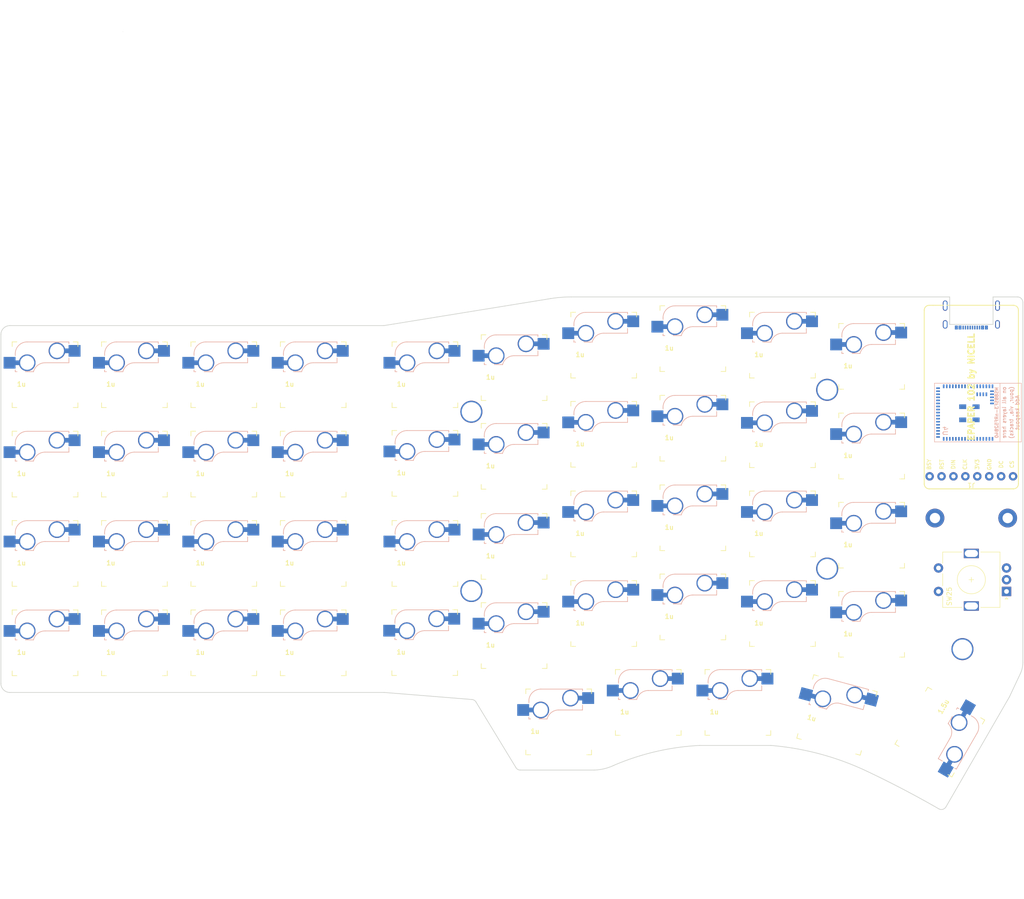
<source format=kicad_pcb>
(kicad_pcb (version 20211014) (generator pcbnew)
  (layers (0 "F.Cu" signal) (31 "B.Cu" signal) (34 "B.Paste" user) (35 "F.Paste" user) (36 "B.SilkS" user "B.Silkscreen") (37 "F.SilkS" user "F.Silkscreen") (38 "B.Mask" user) (39 "F.Mask" user) (44 "Edge.Cuts" user))
  (net 0 "")
  (net 1 "Net-(D1-Pad2)")
  (net 2 "Net-(D2-Pad2)")
  (net 3 "Net-(D3-Pad2)")
  (net 4 "Net-(D4-Pad2)")
  (net 5 "Net-(D5-Pad2)")
  (net 6 "Net-(D6-Pad2)")
  (net 7 "Net-(D7-Pad2)")
  (net 8 "Net-(D8-Pad2)")
  (net 9 "Net-(D9-Pad2)")
  (net 10 "Net-(D10-Pad2)")
  (net 11 "Net-(D11-Pad2)")
  (net 12 "Net-(D12-Pad2)")
  (net 13 "Net-(D13-Pad2)")
  (net 14 "Net-(D14-Pad2)")
  (net 15 "Net-(D15-Pad2)")
  (net 16 "Net-(D16-Pad2)")
  (net 17 "Net-(D17-Pad2)")
  (net 18 "Net-(D18-Pad2)")
  (net 19 "Net-(D19-Pad2)")
  (net 20 "Net-(D20-Pad2)")
  (net 21 "Net-(D21-Pad2)")
  (net 22 "Net-(D22-Pad2)")
  (net 23 "Net-(D23-Pad2)")
  (net 24 "Net-(D24-Pad2)")
  (net 25 "Net-(D26-Pad2)")
  (net 26 "Net-(D27-Pad2)")
  (net 27 "Net-(D28-Pad2)")
  (net 28 "col0")
  (net 29 "col1")
  (net 30 "col2")
  (net 31 "col3")
  (net 32 "col4")
  (net 33 "Net-(D29-Pad2)")
  (net 34 "Net-(SW31-Pad1)")
  (net 35 "Net-(D31-Pad2)")
  (net 36 "Net-(SW32-Pad1)")
  (net 37 "Net-(D32-Pad2)")
  (net 38 "Net-(SW33-Pad1)")
  (net 39 "Net-(D30-Pad2)")
  (net 40 "SW25A")
  (net 41 "Net-(D33-Pad2)")
  (net 42 "Net-(SW34-Pad1)")
  (net 43 "Net-(D34-Pad2)")
  (net 44 "Net-(D35-Pad2)")
  (net 45 "Net-(D36-Pad2)")
  (net 46 "Net-(D37-Pad2)")
  (net 47 "Net-(D38-Pad2)")
  (net 48 "Net-(D39-Pad2)")
  (net 49 "Net-(D40-Pad2)")
  (net 50 "Net-(D41-Pad2)")
  (net 51 "Net-(D42-Pad2)")
  (net 52 "Net-(D43-Pad2)")
  (net 53 "Net-(D44-Pad2)")
  (net 54 "Net-(D45-Pad2)")
  (net 55 "Net-(D46-Pad2)")
  (net 62 "ENCA")
  (net 63 "ENCB")
  (net 64 "GND")
  (net 65 "SW25B")
  (net 68 "VDDH")
  (net 69 "VCC")
  (net 70 "VBUS")
  (net 71 "BATTERY_PIN")
  (net 72 "VDD")
  (net 73 "Net-(J2-PadA5)")
  (net 74 "DP+")
  (net 75 "DP-")
  (net 76 "Net-(J2-PadB5)")
  (net 77 "DCCH")
  (net 78 "CHARGE_CTRL_1")
  (net 79 "CHARGE_CTRL_2")
  (net 80 "RST")
  (net 81 "D+")
  (net 82 "D-")
  (net 119 "SWDIO")
  (net 120 "SWCLK")
  (footprint "SofleKeyboard-footprint:HOLE_M2_TH" (layer "F.Cu") (at 199.77 38.075)
    (fp_text reference "TH3" hide)
    (fp_text value "HOLE" hide)
    (pad "" thru_hole circle locked (at 0 0 90) (size 4.7 4.7) (drill 4.1) (layers *.Cu *.Mask "Dwgs.User") (clearance 0.3))
  )
  (footprint "SofleKeyboard-footprint:HOLE_M2_TH" (layer "F.Cu") (at 123.945 42.75)
    (fp_text reference "TH4" hide)
    (fp_text value "HOLE" hide)
    (pad "" thru_hole circle locked (at 0 0 90) (size 4.7 4.7) (drill 4.1) (layers *.Cu *.Mask "Dwgs.User") (clearance 0.3))
  )
  (footprint "SofleKeyboard-footprint:HOLE_M2_TH" (layer "F.Cu") (at 199.77 76.175)
    (fp_text reference "TH5" hide)
    (fp_text value "HOLE" hide)
    (pad "" thru_hole circle locked (at 0 0 90) (size 4.7 4.7) (drill 4.1) (layers *.Cu *.Mask "Dwgs.User") (clearance 0.3))
  )
  (footprint "SofleKeyboard-footprint:HOLE_M2_TH" (layer "F.Cu") (at 123.945 80.95)
    (fp_text reference "TH6" hide)
    (fp_text value "HOLE" hide)
    (pad "" thru_hole circle locked (at 0 0 90) (size 4.7 4.7) (drill 4.1) (layers *.Cu *.Mask "Dwgs.User") (clearance 0.3))
  )
  (footprint "SofleKeyboard-footprint:HOLE_M2_TH" (layer "F.Cu") (at 228.6 93.345 90)
    (fp_text reference "TH7" hide)
    (fp_text value "HOLE" hide)
    (pad "" thru_hole circle locked (at 0 0 180) (size 4.7 4.7) (drill 4.1) (layers *.Cu *.Mask "Dwgs.User") (clearance 0.3))
  )
  (footprint "MX-hotswap:SW-HS-1u" (layer "F.Cu") (at 209.245 30.95)
    (fp_text reference "SW1")
    (fp_text value "1u" (at -6.096 2.032 unlocked) (layer "F.SilkS") (effects (font (thickness 0.2)) (justify left)))
    (pad "" np_thru_hole circle (at -5.08 0) (size 1.7018 1.7018) (drill 1.7018) (layers *.Cu *.Mask))
    (pad "" np_thru_hole circle (at 0 0) (size 3.9878 3.9878) (drill 3.9878) (layers *.Cu *.Mask))
    (pad "" np_thru_hole circle (at 5.08 0) (size 1.7 1.7) (drill 1.7) (layers *.Cu *.Mask))
    (pad "1" thru_hole circle (at -3.81 -2.54) (size 3.55 3.55) (drill 3) (layers *.Cu) (net 40 "SW25A"))
    (pad "1" connect rect (at -5.715 -2.54 90) (size 1 2.5) (layers "B.Cu") (net 40 "SW25A"))
    (pad "1" smd rect (at -7.56 -2.54) (size 2.55 2.5) (layers "B.Cu" "B.Paste" "B.Mask") (net 40 "SW25A"))
    (pad "2" smd rect (at 6.29 -5.08) (size 2.55 2.5) (layers "B.Cu" "B.Paste" "B.Mask") (net 1 "Net-(D1-Pad2)"))
    (pad "2" thru_hole circle (at 2.54 -5.08) (size 3.55 3.55) (drill 3) (layers *.Cu) (net 1 "Net-(D1-Pad2)"))
    (pad "2" connect rect (at 5.015 -5.08 270) (size 1 2.5) (layers "B.Cu") (net 1 "Net-(D1-Pad2)"))
  )
  (footprint "MX-hotswap:SW-HS-1u" (layer "F.Cu") (at 190.245 28.55)
    (fp_text reference "SW2")
    (fp_text value "1u" (at -6.096 2.032 unlocked) (layer "F.SilkS") (effects (font (thickness 0.2)) (justify left)))
    (pad "" np_thru_hole circle (at 5.08 0) (size 1.7 1.7) (drill 1.7) (layers *.Cu *.Mask))
    (pad "" np_thru_hole circle (at 0 0) (size 3.9878 3.9878) (drill 3.9878) (layers *.Cu *.Mask))
    (pad "" np_thru_hole circle (at -5.08 0) (size 1.7018 1.7018) (drill 1.7018) (layers *.Cu *.Mask))
    (pad "1" smd rect (at -7.56 -2.54) (size 2.55 2.5) (layers "B.Cu" "B.Paste" "B.Mask") (net 32 "col4"))
    (pad "1" thru_hole circle (at -3.81 -2.54) (size 3.55 3.55) (drill 3) (layers *.Cu) (net 32 "col4"))
    (pad "1" connect rect (at -5.715 -2.54 90) (size 1 2.5) (layers "B.Cu") (net 32 "col4"))
    (pad "2" thru_hole circle (at 2.54 -5.08) (size 3.55 3.55) (drill 3) (layers *.Cu) (net 2 "Net-(D2-Pad2)"))
    (pad "2" connect rect (at 5.015 -5.08 270) (size 1 2.5) (layers "B.Cu") (net 2 "Net-(D2-Pad2)"))
    (pad "2" smd rect (at 6.29 -5.08) (size 2.55 2.5) (layers "B.Cu" "B.Paste" "B.Mask") (net 2 "Net-(D2-Pad2)"))
  )
  (footprint "MX-hotswap:SW-HS-1u" (layer "F.Cu") (at 171.145 27.16)
    (fp_text reference "SW3")
    (fp_text value "1u" (at -6.096 2.032 unlocked) (layer "F.SilkS") (effects (font (thickness 0.2)) (justify left)))
    (pad "" np_thru_hole circle (at 5.08 0) (size 1.7 1.7) (drill 1.7) (layers *.Cu *.Mask))
    (pad "" np_thru_hole circle (at 0 0) (size 3.9878 3.9878) (drill 3.9878) (layers *.Cu *.Mask))
    (pad "" np_thru_hole circle (at -5.08 0) (size 1.7018 1.7018) (drill 1.7018) (layers *.Cu *.Mask))
    (pad "1" smd rect (at -7.56 -2.54) (size 2.55 2.5) (layers "B.Cu" "B.Paste" "B.Mask") (net 31 "col3"))
    (pad "1" connect rect (at -5.715 -2.54 90) (size 1 2.5) (layers "B.Cu") (net 31 "col3"))
    (pad "1" thru_hole circle (at -3.81 -2.54) (size 3.55 3.55) (drill 3) (layers *.Cu) (net 31 "col3"))
    (pad "2" thru_hole circle (at 2.54 -5.08) (size 3.55 3.55) (drill 3) (layers *.Cu) (net 3 "Net-(D3-Pad2)"))
    (pad "2" connect rect (at 5.015 -5.08 270) (size 1 2.5) (layers "B.Cu") (net 3 "Net-(D3-Pad2)"))
    (pad "2" smd rect (at 6.29 -5.08) (size 2.55 2.5) (layers "B.Cu" "B.Paste" "B.Mask") (net 3 "Net-(D3-Pad2)"))
  )
  (footprint "MX-hotswap:SW-HS-1u" (layer "F.Cu") (at 152.145 28.55)
    (fp_text reference "SW4")
    (fp_text value "1u" (at -6.096 2.032 unlocked) (layer "F.SilkS") (effects (font (thickness 0.2)) (justify left)))
    (pad "" np_thru_hole circle (at 5.08 0) (size 1.7 1.7) (drill 1.7) (layers *.Cu *.Mask))
    (pad "" np_thru_hole circle (at -5.08 0) (size 1.7018 1.7018) (drill 1.7018) (layers *.Cu *.Mask))
    (pad "" np_thru_hole circle (at 0 0) (size 3.9878 3.9878) (drill 3.9878) (layers *.Cu *.Mask))
    (pad "1" thru_hole circle (at -3.81 -2.54) (size 3.55 3.55) (drill 3) (layers *.Cu) (net 30 "col2"))
    (pad "1" smd rect (at -7.56 -2.54) (size 2.55 2.5) (layers "B.Cu" "B.Paste" "B.Mask") (net 30 "col2"))
    (pad "1" connect rect (at -5.715 -2.54 90) (size 1 2.5) (layers "B.Cu") (net 30 "col2"))
    (pad "2" smd rect (at 6.29 -5.08) (size 2.55 2.5) (layers "B.Cu" "B.Paste" "B.Mask") (net 4 "Net-(D4-Pad2)"))
    (pad "2" connect rect (at 5.015 -5.08 270) (size 1 2.5) (layers "B.Cu") (net 4 "Net-(D4-Pad2)"))
    (pad "2" thru_hole circle (at 2.54 -5.08) (size 3.55 3.55) (drill 3) (layers *.Cu) (net 4 "Net-(D4-Pad2)"))
  )
  (footprint "MX-hotswap:SW-HS-1u" (layer "F.Cu") (at 133.045 33.35)
    (fp_text reference "SW5")
    (fp_text value "1u" (at -6.096 2.032 unlocked) (layer "F.SilkS") (effects (font (thickness 0.2)) (justify left)))
    (pad "" np_thru_hole circle (at -5.08 0) (size 1.7018 1.7018) (drill 1.7018) (layers *.Cu *.Mask))
    (pad "" np_thru_hole circle (at 0 0) (size 3.9878 3.9878) (drill 3.9878) (layers *.Cu *.Mask))
    (pad "" np_thru_hole circle (at 5.08 0) (size 1.7 1.7) (drill 1.7) (layers *.Cu *.Mask))
    (pad "1" connect rect (at -5.715 -2.54 90) (size 1 2.5) (layers "B.Cu") (net 29 "col1"))
    (pad "1" thru_hole circle (at -3.81 -2.54) (size 3.55 3.55) (drill 3) (layers *.Cu) (net 29 "col1"))
    (pad "1" smd rect (at -7.56 -2.54) (size 2.55 2.5) (layers "B.Cu" "B.Paste" "B.Mask") (net 29 "col1"))
    (pad "2" thru_hole circle (at 2.54 -5.08) (size 3.55 3.55) (drill 3) (layers *.Cu) (net 5 "Net-(D5-Pad2)"))
    (pad "2" connect rect (at 5.015 -5.08 270) (size 1 2.5) (layers "B.Cu") (net 5 "Net-(D5-Pad2)"))
    (pad "2" smd rect (at 6.29 -5.08) (size 2.55 2.5) (layers "B.Cu" "B.Paste" "B.Mask") (net 5 "Net-(D5-Pad2)"))
  )
  (footprint "MX-hotswap:SW-HS-1u" (layer "F.Cu") (at 114.045 34.85)
    (fp_text reference "SW6")
    (fp_text value "1u" (at -6.096 2.032 unlocked) (layer "F.SilkS") (effects (font (thickness 0.2)) (justify left)))
    (pad "" np_thru_hole circle (at 0 0) (size 3.9878 3.9878) (drill 3.9878) (layers *.Cu *.Mask))
    (pad "" np_thru_hole circle (at -5.08 0) (size 1.7018 1.7018) (drill 1.7018) (layers *.Cu *.Mask))
    (pad "" np_thru_hole circle (at 5.08 0) (size 1.7 1.7) (drill 1.7) (layers *.Cu *.Mask))
    (pad "1" thru_hole circle (at -3.81 -2.54) (size 3.55 3.55) (drill 3) (layers *.Cu) (net 28 "col0"))
    (pad "1" smd rect (at -7.56 -2.54) (size 2.55 2.5) (layers "B.Cu" "B.Paste" "B.Mask") (net 28 "col0"))
    (pad "1" connect rect (at -5.715 -2.54 90) (size 1 2.5) (layers "B.Cu") (net 28 "col0"))
    (pad "2" thru_hole circle (at 2.54 -5.08) (size 3.55 3.55) (drill 3) (layers *.Cu) (net 6 "Net-(D6-Pad2)"))
    (pad "2" connect rect (at 5.015 -5.08 270) (size 1 2.5) (layers "B.Cu") (net 6 "Net-(D6-Pad2)"))
    (pad "2" smd rect (at 6.29 -5.08) (size 2.55 2.5) (layers "B.Cu" "B.Paste" "B.Mask") (net 6 "Net-(D6-Pad2)"))
  )
  (footprint "MX-hotswap:SW-HS-1u" (layer "F.Cu") (at 209.245 50.05)
    (fp_text reference "SW7")
    (fp_text value "1u" (at -6.096 2.032 unlocked) (layer "F.SilkS") (effects (font (thickness 0.2)) (justify left)))
    (pad "" np_thru_hole circle (at -5.08 0) (size 1.7018 1.7018) (drill 1.7018) (layers *.Cu *.Mask))
    (pad "" np_thru_hole circle (at 0 0) (size 3.9878 3.9878) (drill 3.9878) (layers *.Cu *.Mask))
    (pad "" np_thru_hole circle (at 5.08 0) (size 1.7 1.7) (drill 1.7) (layers *.Cu *.Mask))
    (pad "1" thru_hole circle (at -3.81 -2.54) (size 3.55 3.55) (drill 3) (layers *.Cu) (net 40 "SW25A"))
    (pad "1" smd rect (at -7.56 -2.54) (size 2.55 2.5) (layers "B.Cu" "B.Paste" "B.Mask") (net 40 "SW25A"))
    (pad "1" connect rect (at -5.715 -2.54 90) (size 1 2.5) (layers "B.Cu") (net 40 "SW25A"))
    (pad "2" thru_hole circle (at 2.54 -5.08) (size 3.55 3.55) (drill 3) (layers *.Cu) (net 7 "Net-(D7-Pad2)"))
    (pad "2" connect rect (at 5.015 -5.08 270) (size 1 2.5) (layers "B.Cu") (net 7 "Net-(D7-Pad2)"))
    (pad "2" smd rect (at 6.29 -5.08) (size 2.55 2.5) (layers "B.Cu" "B.Paste" "B.Mask") (net 7 "Net-(D7-Pad2)"))
  )
  (footprint "MX-hotswap:SW-HS-1u" (layer "F.Cu") (at 190.245 47.65)
    (fp_text reference "SW8")
    (fp_text value "1u" (at -6.096 2.032 unlocked) (layer "F.SilkS") (effects (font (thickness 0.2)) (justify left)))
    (pad "" np_thru_hole circle (at 5.08 0) (size 1.7 1.7) (drill 1.7) (layers *.Cu *.Mask))
    (pad "" np_thru_hole circle (at -5.08 0) (size 1.7018 1.7018) (drill 1.7018) (layers *.Cu *.Mask))
    (pad "" np_thru_hole circle (at 0 0) (size 3.9878 3.9878) (drill 3.9878) (layers *.Cu *.Mask))
    (pad "1" connect rect (at -5.715 -2.54 90) (size 1 2.5) (layers "B.Cu") (net 32 "col4"))
    (pad "1" thru_hole circle (at -3.81 -2.54) (size 3.55 3.55) (drill 3) (layers *.Cu) (net 32 "col4"))
    (pad "1" smd rect (at -7.56 -2.54) (size 2.55 2.5) (layers "B.Cu" "B.Paste" "B.Mask") (net 32 "col4"))
    (pad "2" connect rect (at 5.015 -5.08 270) (size 1 2.5) (layers "B.Cu") (net 8 "Net-(D8-Pad2)"))
    (pad "2" smd rect (at 6.29 -5.08) (size 2.55 2.5) (layers "B.Cu" "B.Paste" "B.Mask") (net 8 "Net-(D8-Pad2)"))
    (pad "2" thru_hole circle (at 2.54 -5.08) (size 3.55 3.55) (drill 3) (layers *.Cu) (net 8 "Net-(D8-Pad2)"))
  )
  (footprint "MX-hotswap:SW-HS-1u" (layer "F.Cu") (at 171.145 46.25)
    (fp_text reference "SW9")
    (fp_text value "1u" (at -6.096 2.032 unlocked) (layer "F.SilkS") (effects (font (thickness 0.2)) (justify left)))
    (pad "" np_thru_hole circle (at 0 0) (size 3.9878 3.9878) (drill 3.9878) (layers *.Cu *.Mask))
    (pad "" np_thru_hole circle (at 5.08 0) (size 1.7 1.7) (drill 1.7) (layers *.Cu *.Mask))
    (pad "" np_thru_hole circle (at -5.08 0) (size 1.7018 1.7018) (drill 1.7018) (layers *.Cu *.Mask))
    (pad "1" connect rect (at -5.715 -2.54 90) (size 1 2.5) (layers "B.Cu") (net 31 "col3"))
    (pad "1" smd rect (at -7.56 -2.54) (size 2.55 2.5) (layers "B.Cu" "B.Paste" "B.Mask") (net 31 "col3"))
    (pad "1" thru_hole circle (at -3.81 -2.54) (size 3.55 3.55) (drill 3) (layers *.Cu) (net 31 "col3"))
    (pad "2" connect rect (at 5.015 -5.08 270) (size 1 2.5) (layers "B.Cu") (net 9 "Net-(D9-Pad2)"))
    (pad "2" smd rect (at 6.29 -5.08) (size 2.55 2.5) (layers "B.Cu" "B.Paste" "B.Mask") (net 9 "Net-(D9-Pad2)"))
    (pad "2" thru_hole circle (at 2.54 -5.08) (size 3.55 3.55) (drill 3) (layers *.Cu) (net 9 "Net-(D9-Pad2)"))
  )
  (footprint "MX-hotswap:SW-HS-1u" (layer "F.Cu") (at 152.145 47.55)
    (fp_text reference "SW10")
    (fp_text value "1u" (at -6.096 2.032 unlocked) (layer "F.SilkS") (effects (font (thickness 0.2)) (justify left)))
    (pad "" np_thru_hole circle (at -5.08 0) (size 1.7018 1.7018) (drill 1.7018) (layers *.Cu *.Mask))
    (pad "" np_thru_hole circle (at 5.08 0) (size 1.7 1.7) (drill 1.7) (layers *.Cu *.Mask))
    (pad "" np_thru_hole circle (at 0 0) (size 3.9878 3.9878) (drill 3.9878) (layers *.Cu *.Mask))
    (pad "1" thru_hole circle (at -3.81 -2.54) (size 3.55 3.55) (drill 3) (layers *.Cu) (net 30 "col2"))
    (pad "1" connect rect (at -5.715 -2.54 90) (size 1 2.5) (layers "B.Cu") (net 30 "col2"))
    (pad "1" smd rect (at -7.56 -2.54) (size 2.55 2.5) (layers "B.Cu" "B.Paste" "B.Mask") (net 30 "col2"))
    (pad "2" connect rect (at 5.015 -5.08 270) (size 1 2.5) (layers "B.Cu") (net 10 "Net-(D10-Pad2)"))
    (pad "2" thru_hole circle (at 2.54 -5.08) (size 3.55 3.55) (drill 3) (layers *.Cu) (net 10 "Net-(D10-Pad2)"))
    (pad "2" smd rect (at 6.29 -5.08) (size 2.55 2.5) (layers "B.Cu" "B.Paste" "B.Mask") (net 10 "Net-(D10-Pad2)"))
  )
  (footprint "MX-hotswap:SW-HS-1u" (layer "F.Cu") (at 133.045 52.25)
    (fp_text reference "SW11")
    (fp_text value "1u" (at -6.096 2.032 unlocked) (layer "F.SilkS") (effects (font (thickness 0.2)) (justify left)))
    (pad "" np_thru_hole circle (at 0 0) (size 3.9878 3.9878) (drill 3.9878) (layers *.Cu *.Mask))
    (pad "" np_thru_hole circle (at -5.08 0) (size 1.7018 1.7018) (drill 1.7018) (layers *.Cu *.Mask))
    (pad "" np_thru_hole circle (at 5.08 0) (size 1.7 1.7) (drill 1.7) (layers *.Cu *.Mask))
    (pad "1" smd rect (at -7.56 -2.54) (size 2.55 2.5) (layers "B.Cu" "B.Paste" "B.Mask") (net 29 "col1"))
    (pad "1" connect rect (at -5.715 -2.54 90) (size 1 2.5) (layers "B.Cu") (net 29 "col1"))
    (pad "1" thru_hole circle (at -3.81 -2.54) (size 3.55 3.55) (drill 3) (layers *.Cu) (net 29 "col1"))
    (pad "2" connect rect (at 5.015 -5.08 270) (size 1 2.5) (layers "B.Cu") (net 11 "Net-(D11-Pad2)"))
    (pad "2" smd rect (at 6.29 -5.08) (size 2.55 2.5) (layers "B.Cu" "B.Paste" "B.Mask") (net 11 "Net-(D11-Pad2)"))
    (pad "2" thru_hole circle (at 2.54 -5.08) (size 3.55 3.55) (drill 3) (layers *.Cu) (net 11 "Net-(D11-Pad2)"))
  )
  (footprint "MX-hotswap:SW-HS-1u" (layer "F.Cu") (at 114.045 53.75)
    (fp_text reference "SW12")
    (fp_text value "1u" (at -6.096 2.032 unlocked) (layer "F.SilkS") (effects (font (thickness 0.2)) (justify left)))
    (pad "" np_thru_hole circle (at 5.08 0) (size 1.7 1.7) (drill 1.7) (layers *.Cu *.Mask))
    (pad "" np_thru_hole circle (at -5.08 0) (size 1.7018 1.7018) (drill 1.7018) (layers *.Cu *.Mask))
    (pad "" np_thru_hole circle (at 0 0) (size 3.9878 3.9878) (drill 3.9878) (layers *.Cu *.Mask))
    (pad "1" thru_hole circle (at -3.81 -2.54) (size 3.55 3.55) (drill 3) (layers *.Cu) (net 28 "col0"))
    (pad "1" smd rect (at -7.56 -2.54) (size 2.55 2.5) (layers "B.Cu" "B.Paste" "B.Mask") (net 28 "col0"))
    (pad "1" connect rect (at -5.715 -2.54 90) (size 1 2.5) (layers "B.Cu") (net 28 "col0"))
    (pad "2" smd rect (at 6.29 -5.08) (size 2.55 2.5) (layers "B.Cu" "B.Paste" "B.Mask") (net 12 "Net-(D12-Pad2)"))
    (pad "2" connect rect (at 5.015 -5.08 270) (size 1 2.5) (layers "B.Cu") (net 12 "Net-(D12-Pad2)"))
    (pad "2" thru_hole circle (at 2.54 -5.08) (size 3.55 3.55) (drill 3) (layers *.Cu) (net 12 "Net-(D12-Pad2)"))
  )
  (footprint "MX-hotswap:SW-HS-1u" (layer "F.Cu") (at 209.245 69.05)
    (fp_text reference "SW13")
    (fp_text value "1u" (at -6.096 2.032 unlocked) (layer "F.SilkS") (effects (font (thickness 0.2)) (justify left)))
    (pad "" np_thru_hole circle (at -5.08 0) (size 1.7018 1.7018) (drill 1.7018) (layers *.Cu *.Mask))
    (pad "" np_thru_hole circle (at 0 0) (size 3.9878 3.9878) (drill 3.9878) (layers *.Cu *.Mask))
    (pad "" np_thru_hole circle (at 5.08 0) (size 1.7 1.7) (drill 1.7) (layers *.Cu *.Mask))
    (pad "1" thru_hole circle (at -3.81 -2.54) (size 3.55 3.55) (drill 3) (layers *.Cu) (net 40 "SW25A"))
    (pad "1" smd rect (at -7.56 -2.54) (size 2.55 2.5) (layers "B.Cu" "B.Paste" "B.Mask") (net 40 "SW25A"))
    (pad "1" connect rect (at -5.715 -2.54 90) (size 1 2.5) (layers "B.Cu") (net 40 "SW25A"))
    (pad "2" smd rect (at 6.29 -5.08) (size 2.55 2.5) (layers "B.Cu" "B.Paste" "B.Mask") (net 13 "Net-(D13-Pad2)"))
    (pad "2" connect rect (at 5.015 -5.08 270) (size 1 2.5) (layers "B.Cu") (net 13 "Net-(D13-Pad2)"))
    (pad "2" thru_hole circle (at 2.54 -5.08) (size 3.55 3.55) (drill 3) (layers *.Cu) (net 13 "Net-(D13-Pad2)"))
  )
  (footprint "MX-hotswap:SW-HS-1u" (layer "F.Cu") (at 190.245 66.65)
    (fp_text reference "SW14")
    (fp_text value "1u" (at -6.096 2.032 unlocked) (layer "F.SilkS") (effects (font (thickness 0.2)) (justify left)))
    (pad "" np_thru_hole circle (at 0 0) (size 3.9878 3.9878) (drill 3.9878) (layers *.Cu *.Mask))
    (pad "" np_thru_hole circle (at 5.08 0) (size 1.7 1.7) (drill 1.7) (layers *.Cu *.Mask))
    (pad "" np_thru_hole circle (at -5.08 0) (size 1.7018 1.7018) (drill 1.7018) (layers *.Cu *.Mask))
    (pad "1" connect rect (at -5.715 -2.54 90) (size 1 2.5) (layers "B.Cu") (net 32 "col4"))
    (pad "1" thru_hole circle (at -3.81 -2.54) (size 3.55 3.55) (drill 3) (layers *.Cu) (net 32 "col4"))
    (pad "1" smd rect (at -7.56 -2.54) (size 2.55 2.5) (layers "B.Cu" "B.Paste" "B.Mask") (net 32 "col4"))
    (pad "2" smd rect (at 6.29 -5.08) (size 2.55 2.5) (layers "B.Cu" "B.Paste" "B.Mask") (net 14 "Net-(D14-Pad2)"))
    (pad "2" connect rect (at 5.015 -5.08 270) (size 1 2.5) (layers "B.Cu") (net 14 "Net-(D14-Pad2)"))
    (pad "2" thru_hole circle (at 2.54 -5.08) (size 3.55 3.55) (drill 3) (layers *.Cu) (net 14 "Net-(D14-Pad2)"))
  )
  (footprint "MX-hotswap:SW-HS-1u" (layer "F.Cu") (at 171.145 65.35)
    (fp_text reference "SW15")
    (fp_text value "1u" (at -6.096 2.032 unlocked) (layer "F.SilkS") (effects (font (thickness 0.2)) (justify left)))
    (pad "" np_thru_hole circle (at 0 0) (size 3.9878 3.9878) (drill 3.9878) (layers *.Cu *.Mask))
    (pad "" np_thru_hole circle (at -5.08 0) (size 1.7018 1.7018) (drill 1.7018) (layers *.Cu *.Mask))
    (pad "" np_thru_hole circle (at 5.08 0) (size 1.7 1.7) (drill 1.7) (layers *.Cu *.Mask))
    (pad "1" thru_hole circle (at -3.81 -2.54) (size 3.55 3.55) (drill 3) (layers *.Cu) (net 31 "col3"))
    (pad "1" smd rect (at -7.56 -2.54) (size 2.55 2.5) (layers "B.Cu" "B.Paste" "B.Mask") (net 31 "col3"))
    (pad "1" connect rect (at -5.715 -2.54 90) (size 1 2.5) (layers "B.Cu") (net 31 "col3"))
    (pad "2" connect rect (at 5.015 -5.08 270) (size 1 2.5) (layers "B.Cu") (net 15 "Net-(D15-Pad2)"))
    (pad "2" smd rect (at 6.29 -5.08) (size 2.55 2.5) (layers "B.Cu" "B.Paste" "B.Mask") (net 15 "Net-(D15-Pad2)"))
    (pad "2" thru_hole circle (at 2.54 -5.08) (size 3.55 3.55) (drill 3) (layers *.Cu) (net 15 "Net-(D15-Pad2)"))
  )
  (footprint "MX-hotswap:SW-HS-1u" (layer "F.Cu") (at 152.145 66.65)
    (fp_text reference "SW16")
    (fp_text value "1u" (at -6.096 2.032 unlocked) (layer "F.SilkS") (effects (font (thickness 0.2)) (justify left)))
    (pad "" np_thru_hole circle (at 5.08 0) (size 1.7 1.7) (drill 1.7) (layers *.Cu *.Mask))
    (pad "" np_thru_hole circle (at 0 0) (size 3.9878 3.9878) (drill 3.9878) (layers *.Cu *.Mask))
    (pad "" np_thru_hole circle (at -5.08 0) (size 1.7018 1.7018) (drill 1.7018) (layers *.Cu *.Mask))
    (pad "1" smd rect (at -7.56 -2.54) (size 2.55 2.5) (layers "B.Cu" "B.Paste" "B.Mask") (net 30 "col2"))
    (pad "1" connect rect (at -5.715 -2.54 90) (size 1 2.5) (layers "B.Cu") (net 30 "col2"))
    (pad "1" thru_hole circle (at -3.81 -2.54) (size 3.55 3.55) (drill 3) (layers *.Cu) (net 30 "col2"))
    (pad "2" smd rect (at 6.29 -5.08) (size 2.55 2.5) (layers "B.Cu" "B.Paste" "B.Mask") (net 16 "Net-(D16-Pad2)"))
    (pad "2" thru_hole circle (at 2.54 -5.08) (size 3.55 3.55) (drill 3) (layers *.Cu) (net 16 "Net-(D16-Pad2)"))
    (pad "2" connect rect (at 5.015 -5.08 270) (size 1 2.5) (layers "B.Cu") (net 16 "Net-(D16-Pad2)"))
  )
  (footprint "MX-hotswap:SW-HS-1u" (layer "F.Cu") (at 133.045 71.45)
    (fp_text reference "SW17")
    (fp_text value "1u" (at -6.096 2.032 unlocked) (layer "F.SilkS") (effects (font (thickness 0.2)) (justify left)))
    (pad "" np_thru_hole circle (at -5.08 0) (size 1.7018 1.7018) (drill 1.7018) (layers *.Cu *.Mask))
    (pad "" np_thru_hole circle (at 5.08 0) (size 1.7 1.7) (drill 1.7) (layers *.Cu *.Mask))
    (pad "" np_thru_hole circle (at 0 0) (size 3.9878 3.9878) (drill 3.9878) (layers *.Cu *.Mask))
    (pad "1" thru_hole circle (at -3.81 -2.54) (size 3.55 3.55) (drill 3) (layers *.Cu) (net 29 "col1"))
    (pad "1" smd rect (at -7.56 -2.54) (size 2.55 2.5) (layers "B.Cu" "B.Paste" "B.Mask") (net 29 "col1"))
    (pad "1" connect rect (at -5.715 -2.54 90) (size 1 2.5) (layers "B.Cu") (net 29 "col1"))
    (pad "2" connect rect (at 5.015 -5.08 270) (size 1 2.5) (layers "B.Cu") (net 17 "Net-(D17-Pad2)"))
    (pad "2" thru_hole circle (at 2.54 -5.08) (size 3.55 3.55) (drill 3) (layers *.Cu) (net 17 "Net-(D17-Pad2)"))
    (pad "2" smd rect (at 6.29 -5.08) (size 2.55 2.5) (layers "B.Cu" "B.Paste" "B.Mask") (net 17 "Net-(D17-Pad2)"))
  )
  (footprint "MX-hotswap:SW-HS-1u" (layer "F.Cu") (at 114.045 72.95)
    (fp_text reference "SW18")
    (fp_text value "1u" (at -6.096 2.032 unlocked) (layer "F.SilkS") (effects (font (thickness 0.2)) (justify left)))
    (pad "" np_thru_hole circle (at 5.08 0) (size 1.7 1.7) (drill 1.7) (layers *.Cu *.Mask))
    (pad "" np_thru_hole circle (at 0 0) (size 3.9878 3.9878) (drill 3.9878) (layers *.Cu *.Mask))
    (pad "" np_thru_hole circle (at -5.08 0) (size 1.7018 1.7018) (drill 1.7018) (layers *.Cu *.Mask))
    (pad "1" connect rect (at -5.715 -2.54 90) (size 1 2.5) (layers "B.Cu") (net 28 "col0"))
    (pad "1" thru_hole circle (at -3.81 -2.54) (size 3.55 3.55) (drill 3) (layers *.Cu) (net 28 "col0"))
    (pad "1" smd rect (at -7.56 -2.54) (size 2.55 2.5) (layers "B.Cu" "B.Paste" "B.Mask") (net 28 "col0"))
    (pad "2" thru_hole circle (at 2.54 -5.08) (size 3.55 3.55) (drill 3) (layers *.Cu) (net 18 "Net-(D18-Pad2)"))
    (pad "2" smd rect (at 6.29 -5.08) (size 2.55 2.5) (layers "B.Cu" "B.Paste" "B.Mask") (net 18 "Net-(D18-Pad2)"))
    (pad "2" connect rect (at 5.015 -5.08 270) (size 1 2.5) (layers "B.Cu") (net 18 "Net-(D18-Pad2)"))
  )
  (footprint "MX-hotswap:SW-HS-1u" (layer "F.Cu") (at 209.245 88.05)
    (fp_text reference "SW19")
    (fp_text value "1u" (at -6.096 2.032 unlocked) (layer "F.SilkS") (effects (font (thickness 0.2)) (justify left)))
    (pad "" np_thru_hole circle (at -5.08 0) (size 1.7018 1.7018) (drill 1.7018) (layers *.Cu *.Mask))
    (pad "" np_thru_hole circle (at 5.08 0) (size 1.7 1.7) (drill 1.7) (layers *.Cu *.Mask))
    (pad "" np_thru_hole circle (at 0 0) (size 3.9878 3.9878) (drill 3.9878) (layers *.Cu *.Mask))
    (pad "1" thru_hole circle (at -3.81 -2.54) (size 3.55 3.55) (drill 3) (layers *.Cu) (net 40 "SW25A"))
    (pad "1" connect rect (at -5.715 -2.54 90) (size 1 2.5) (layers "B.Cu") (net 40 "SW25A"))
    (pad "1" smd rect (at -7.56 -2.54) (size 2.55 2.5) (layers "B.Cu" "B.Paste" "B.Mask") (net 40 "SW25A"))
    (pad "2" connect rect (at 5.015 -5.08 270) (size 1 2.5) (layers "B.Cu") (net 19 "Net-(D19-Pad2)"))
    (pad "2" smd rect (at 6.29 -5.08) (size 2.55 2.5) (layers "B.Cu" "B.Paste" "B.Mask") (net 19 "Net-(D19-Pad2)"))
    (pad "2" thru_hole circle (at 2.54 -5.08) (size 3.55 3.55) (drill 3) (layers *.Cu) (net 19 "Net-(D19-Pad2)"))
  )
  (footprint "MX-hotswap:SW-HS-1u" (layer "F.Cu") (at 190.245 85.75)
    (fp_text reference "SW20")
    (fp_text value "1u" (at -6.096 2.032 unlocked) (layer "F.SilkS") (effects (font (thickness 0.2)) (justify left)))
    (pad "" np_thru_hole circle (at 5.08 0) (size 1.7 1.7) (drill 1.7) (layers *.Cu *.Mask))
    (pad "" np_thru_hole circle (at 0 0) (size 3.9878 3.9878) (drill 3.9878) (layers *.Cu *.Mask))
    (pad "" np_thru_hole circle (at -5.08 0) (size 1.7018 1.7018) (drill 1.7018) (layers *.Cu *.Mask))
    (pad "1" connect rect (at -5.715 -2.54 90) (size 1 2.5) (layers "B.Cu") (net 32 "col4"))
    (pad "1" smd rect (at -7.56 -2.54) (size 2.55 2.5) (layers "B.Cu" "B.Paste" "B.Mask") (net 32 "col4"))
    (pad "1" thru_hole circle (at -3.81 -2.54) (size 3.55 3.55) (drill 3) (layers *.Cu) (net 32 "col4"))
    (pad "2" thru_hole circle (at 2.54 -5.08) (size 3.55 3.55) (drill 3) (layers *.Cu) (net 20 "Net-(D20-Pad2)"))
    (pad "2" smd rect (at 6.29 -5.08) (size 2.55 2.5) (layers "B.Cu" "B.Paste" "B.Mask") (net 20 "Net-(D20-Pad2)"))
    (pad "2" connect rect (at 5.015 -5.08 270) (size 1 2.5) (layers "B.Cu") (net 20 "Net-(D20-Pad2)"))
  )
  (footprint "MX-hotswap:SW-HS-1u" (layer "F.Cu") (at 171.145 84.35)
    (fp_text reference "SW21")
    (fp_text value "1u" (at -6.096 2.032 unlocked) (layer "F.SilkS") (effects (font (thickness 0.2)) (justify left)))
    (pad "" np_thru_hole circle (at -5.08 0) (size 1.7018 1.7018) (drill 1.7018) (layers *.Cu *.Mask))
    (pad "" np_thru_hole circle (at 0 0) (size 3.9878 3.9878) (drill 3.9878) (layers *.Cu *.Mask))
    (pad "" np_thru_hole circle (at 5.08 0) (size 1.7 1.7) (drill 1.7) (layers *.Cu *.Mask))
    (pad "1" smd rect (at -7.56 -2.54) (size 2.55 2.5) (layers "B.Cu" "B.Paste" "B.Mask") (net 31 "col3"))
    (pad "1" thru_hole circle (at -3.81 -2.54) (size 3.55 3.55) (drill 3) (layers *.Cu) (net 31 "col3"))
    (pad "1" connect rect (at -5.715 -2.54 90) (size 1 2.5) (layers "B.Cu") (net 31 "col3"))
    (pad "2" thru_hole circle (at 2.54 -5.08) (size 3.55 3.55) (drill 3) (layers *.Cu) (net 21 "Net-(D21-Pad2)"))
    (pad "2" smd rect (at 6.29 -5.08) (size 2.55 2.5) (layers "B.Cu" "B.Paste" "B.Mask") (net 21 "Net-(D21-Pad2)"))
    (pad "2" connect rect (at 5.015 -5.08 270) (size 1 2.5) (layers "B.Cu") (net 21 "Net-(D21-Pad2)"))
  )
  (footprint "MX-hotswap:SW-HS-1u" (layer "F.Cu") (at 152.145 85.75)
    (fp_text reference "SW22")
    (fp_text value "1u" (at -6.096 2.032 unlocked) (layer "F.SilkS") (effects (font (thickness 0.2)) (justify left)))
    (pad "" np_thru_hole circle (at 0 0) (size 3.9878 3.9878) (drill 3.9878) (layers *.Cu *.Mask))
    (pad "" np_thru_hole circle (at -5.08 0) (size 1.7018 1.7018) (drill 1.7018) (layers *.Cu *.Mask))
    (pad "" np_thru_hole circle (at 5.08 0) (size 1.7 1.7) (drill 1.7) (layers *.Cu *.Mask))
    (pad "1" thru_hole circle (at -3.81 -2.54) (size 3.55 3.55) (drill 3) (layers *.Cu) (net 30 "col2"))
    (pad "1" smd rect (at -7.56 -2.54) (size 2.55 2.5) (layers "B.Cu" "B.Paste" "B.Mask") (net 30 "col2"))
    (pad "1" connect rect (at -5.715 -2.54 90) (size 1 2.5) (layers "B.Cu") (net 30 "col2"))
    (pad "2" smd rect (at 6.29 -5.08) (size 2.55 2.5) (layers "B.Cu" "B.Paste" "B.Mask") (net 22 "Net-(D22-Pad2)"))
    (pad "2" connect rect (at 5.015 -5.08 270) (size 1 2.5) (layers "B.Cu") (net 22 "Net-(D22-Pad2)"))
    (pad "2" thru_hole circle (at 2.54 -5.08) (size 3.55 3.55) (drill 3) (layers *.Cu) (net 22 "Net-(D22-Pad2)"))
  )
  (footprint "MX-hotswap:SW-HS-1u" (layer "F.Cu") (at 133.045 90.45)
    (fp_text reference "SW23")
    (fp_text value "1u" (at -6.096 2.032 unlocked) (layer "F.SilkS") (effects (font (thickness 0.2)) (justify left)))
    (pad "" np_thru_hole circle (at -5.08 0) (size 1.7018 1.7018) (drill 1.7018) (layers *.Cu *.Mask))
    (pad "" np_thru_hole circle (at 5.08 0) (size 1.7 1.7) (drill 1.7) (layers *.Cu *.Mask))
    (pad "" np_thru_hole circle (at 0 0) (size 3.9878 3.9878) (drill 3.9878) (layers *.Cu *.Mask))
    (pad "1" smd rect (at -7.56 -2.54) (size 2.55 2.5) (layers "B.Cu" "B.Paste" "B.Mask") (net 29 "col1"))
    (pad "1" connect rect (at -5.715 -2.54 90) (size 1 2.5) (layers "B.Cu") (net 29 "col1"))
    (pad "1" thru_hole circle (at -3.81 -2.54) (size 3.55 3.55) (drill 3) (layers *.Cu) (net 29 "col1"))
    (pad "2" smd rect (at 6.29 -5.08) (size 2.55 2.5) (layers "B.Cu" "B.Paste" "B.Mask") (net 23 "Net-(D23-Pad2)"))
    (pad "2" thru_hole circle (at 2.54 -5.08) (size 3.55 3.55) (drill 3) (layers *.Cu) (net 23 "Net-(D23-Pad2)"))
    (pad "2" connect rect (at 5.015 -5.08 270) (size 1 2.5) (layers "B.Cu") (net 23 "Net-(D23-Pad2)"))
  )
  (footprint "MX-hotswap:SW-HS-1u" (layer "F.Cu") (at 113.995 91.95)
    (fp_text reference "SW24")
    (fp_text value "1u" (at -6.096 2.032 unlocked) (layer "F.SilkS") (effects (font (thickness 0.2)) (justify left)))
    (pad "" np_thru_hole circle (at 0 0) (size 3.9878 3.9878) (drill 3.9878) (layers *.Cu *.Mask))
    (pad "" np_thru_hole circle (at -5.08 0) (size 1.7018 1.7018) (drill 1.7018) (layers *.Cu *.Mask))
    (pad "" np_thru_hole circle (at 5.08 0) (size 1.7 1.7) (drill 1.7) (layers *.Cu *.Mask))
    (pad "1" thru_hole circle (at -3.81 -2.54) (size 3.55 3.55) (drill 3) (layers *.Cu) (net 28 "col0"))
    (pad "1" smd rect (at -7.56 -2.54) (size 2.55 2.5) (layers "B.Cu" "B.Paste" "B.Mask") (net 28 "col0"))
    (pad "1" connect rect (at -5.715 -2.54 90) (size 1 2.5) (layers "B.Cu") (net 28 "col0"))
    (pad "2" connect rect (at 5.015 -5.08 270) (size 1 2.5) (layers "B.Cu") (net 24 "Net-(D24-Pad2)"))
    (pad "2" smd rect (at 6.29 -5.08) (size 2.55 2.5) (layers "B.Cu" "B.Paste" "B.Mask") (net 24 "Net-(D24-Pad2)"))
    (pad "2" thru_hole circle (at 2.54 -5.08) (size 3.55 3.55) (drill 3) (layers *.Cu) (net 24 "Net-(D24-Pad2)"))
  )
  (footprint "MX-hotswap:SW-HS-1.5u" (layer "F.Cu") (at 223.785 111.02 -120)
    (fp_text reference "SW26")
    (fp_text value "1.5u" (at -5.08 2.032 60) (layer "F.SilkS") (effects (font (thickness 0.2))))
    (pad "" np_thru_hole circle (at -5.08 0 240) (size 1.7018 1.7018) (drill 1.7018) (layers *.Cu *.Mask))
    (pad "" np_thru_hole circle (at 5.08 0 240) (size 1.7 1.7) (drill 1.7) (layers *.Cu *.Mask))
    (pad "" np_thru_hole circle (at 0 0 240) (size 3.9878 3.9878) (drill 3.9878) (layers *.Cu *.Mask))
    (pad "1" smd rect (at -7.56 -2.54 240) (size 2.55 2.5) (layers "B.Cu" "B.Paste" "B.Mask") (net 32 "col4"))
    (pad "1" connect rect (at -5.715 -2.54 330) (size 1 2.5) (layers "B.Cu") (net 32 "col4"))
    (pad "1" thru_hole circle (at -3.81 -2.54 240) (size 3.55 3.55) (drill 3) (layers *.Cu) (net 32 "col4"))
    (pad "2" thru_hole circle (at 2.54 -5.08 240) (size 3.55 3.55) (drill 3) (layers *.Cu) (net 25 "Net-(D26-Pad2)"))
    (pad "2" smd rect (at 6.29 -5.08 240) (size 2.55 2.5) (layers "B.Cu" "B.Paste" "B.Mask") (net 25 "Net-(D26-Pad2)"))
    (pad "2" connect rect (at 5.015 -5.08 150) (size 1 2.5) (layers "B.Cu") (net 25 "Net-(D26-Pad2)"))
  )
  (footprint "MX-hotswap:SW-HS-1u" (layer "F.Cu") (at 201.865 107.37 -15)
    (fp_text reference "SW27")
    (fp_text value "1u" (at -6.096 2.032 -15 unlocked) (layer "F.SilkS") (effects (font (thickness 0.2)) (justify left)))
    (pad "" np_thru_hole circle (at -5.08 0 345) (size 1.7018 1.7018) (drill 1.7018) (layers *.Cu *.Mask))
    (pad "" np_thru_hole circle (at 0 0 345) (size 3.9878 3.9878) (drill 3.9878) (layers *.Cu *.Mask))
    (pad "" np_thru_hole circle (at 5.08 0 345) (size 1.7 1.7) (drill 1.7) (layers *.Cu *.Mask))
    (pad "1" thru_hole circle (at -3.81 -2.54 345) (size 3.55 3.55) (drill 3) (layers *.Cu) (net 31 "col3"))
    (pad "1" connect rect (at -5.715 -2.54 75) (size 1 2.5) (layers "B.Cu") (net 31 "col3"))
    (pad "1" smd rect (at -7.56 -2.54 345) (size 2.55 2.5) (layers "B.Cu" "B.Paste" "B.Mask") (net 31 "col3"))
    (pad "2" connect rect (at 5.015 -5.08 255) (size 1 2.5) (layers "B.Cu") (net 26 "Net-(D27-Pad2)"))
    (pad "2" thru_hole circle (at 2.54 -5.08 345) (size 3.55 3.55) (drill 3) (layers *.Cu) (net 26 "Net-(D27-Pad2)"))
    (pad "2" smd rect (at 6.29 -5.08 345) (size 2.55 2.5) (layers "B.Cu" "B.Paste" "B.Mask") (net 26 "Net-(D27-Pad2)"))
  )
  (footprint "MX-hotswap:SW-HS-1u" (layer "F.Cu") (at 180.745 104.7)
    (fp_text reference "SW28")
    (fp_text value "1u" (at -6.096 2.032 unlocked) (layer "F.SilkS") (effects (font (thickness 0.2)) (justify left)))
    (pad "" np_thru_hole circle (at 0 0) (size 3.9878 3.9878) (drill 3.9878) (layers *.Cu *.Mask))
    (pad "" np_thru_hole circle (at 5.08 0) (size 1.7 1.7) (drill 1.7) (layers *.Cu *.Mask))
    (pad "" np_thru_hole circle (at -5.08 0) (size 1.7018 1.7018) (drill 1.7018) (layers *.Cu *.Mask))
    (pad "1" smd rect (at -7.56 -2.54) (size 2.55 2.5) (layers "B.Cu" "B.Paste" "B.Mask") (net 30 "col2"))
    (pad "1" connect rect (at -5.715 -2.54 90) (size 1 2.5) (layers "B.Cu") (net 30 "col2"))
    (pad "1" thru_hole circle (at -3.81 -2.54) (size 3.55 3.55) (drill 3) (layers *.Cu) (net 30 "col2"))
    (pad "2" thru_hole circle (at 2.54 -5.08) (size 3.55 3.55) (drill 3) (layers *.Cu) (net 27 "Net-(D28-Pad2)"))
    (pad "2" connect rect (at 5.015 -5.08 270) (size 1 2.5) (layers "B.Cu") (net 27 "Net-(D28-Pad2)"))
    (pad "2" smd rect (at 6.29 -5.08) (size 2.55 2.5) (layers "B.Cu" "B.Paste" "B.Mask") (net 27 "Net-(D28-Pad2)"))
  )
  (footprint "MX-hotswap:SW-HS-1u" (layer "F.Cu") (at 161.645 104.7)
    (fp_text reference "SW29")
    (fp_text value "1u" (at -6.096 2.032 unlocked) (layer "F.SilkS") (effects (font (thickness 0.2)) (justify left)))
    (pad "" np_thru_hole circle (at -5.08 0) (size 1.7018 1.7018) (drill 1.7018) (layers *.Cu *.Mask))
    (pad "" np_thru_hole circle (at 0 0) (size 3.9878 3.9878) (drill 3.9878) (layers *.Cu *.Mask))
    (pad "" np_thru_hole circle (at 5.08 0) (size 1.7 1.7) (drill 1.7) (layers *.Cu *.Mask))
    (pad "1" smd rect (at -7.56 -2.54) (size 2.55 2.5) (layers "B.Cu" "B.Paste" "B.Mask") (net 29 "col1"))
    (pad "1" thru_hole circle (at -3.81 -2.54) (size 3.55 3.55) (drill 3) (layers *.Cu) (net 29 "col1"))
    (pad "1" connect rect (at -5.715 -2.54 90) (size 1 2.5) (layers "B.Cu") (net 29 "col1"))
    (pad "2" connect rect (at 5.015 -5.08 270) (size 1 2.5) (layers "B.Cu") (net 33 "Net-(D29-Pad2)"))
    (pad "2" smd rect (at 6.29 -5.08) (size 2.55 2.5) (layers "B.Cu" "B.Paste" "B.Mask") (net 33 "Net-(D29-Pad2)"))
    (pad "2" thru_hole circle (at 2.54 -5.08) (size 3.55 3.55) (drill 3) (layers *.Cu) (net 33 "Net-(D29-Pad2)"))
  )
  (footprint "SofleKeyboard-footprint:M2_HOLE_PCB" (layer "F.Cu") (at 238.245 65.405)
    (fp_text reference "TH1" hide)
    (fp_text value "HOLE")
    (pad "" thru_hole circle locked (at 0 0) (size 4 4) (drill 2.2) (layers *.Cu *.Mask "Dwgs.User"))
  )
  (footprint "MX-hotswap:SW-HS-1u" (layer "F.Cu") (at 142.545 108.85)
    (fp_text reference "SW30")
    (fp_text value "1u" (at -6.096 2.032 unlocked) (layer "F.SilkS") (effects (font (thickness 0.2)) (justify left)))
    (pad "" np_thru_hole circle (at 5.08 0) (size 1.7 1.7) (drill 1.7) (layers *.Cu *.Mask))
    (pad "" np_thru_hole circle (at -5.08 0) (size 1.7018 1.7018) (drill 1.7018) (layers *.Cu *.Mask))
    (pad "" np_thru_hole circle (at 0 0) (size 3.9878 3.9878) (drill 3.9878) (layers *.Cu *.Mask))
    (pad "1" connect rect (at -5.715 -2.54 90) (size 1 2.5) (layers "B.Cu") (net 28 "col0"))
    (pad "1" thru_hole circle (at -3.81 -2.54) (size 3.55 3.55) (drill 3) (layers *.Cu) (net 28 "col0"))
    (pad "1" smd rect (at -7.56 -2.54) (size 2.55 2.5) (layers "B.Cu" "B.Paste" "B.Mask") (net 28 "col0"))
    (pad "2" connect rect (at 5.015 -5.08 270) (size 1 2.5) (layers "B.Cu") (net 39 "Net-(D30-Pad2)"))
    (pad "2" thru_hole circle (at 2.54 -5.08) (size 3.55 3.55) (drill 3) (layers *.Cu) (net 39 "Net-(D30-Pad2)"))
    (pad "2" smd rect (at 6.29 -5.08) (size 2.55 2.5) (layers "B.Cu" "B.Paste" "B.Mask") (net 39 "Net-(D30-Pad2)"))
  )
  (footprint "SofleKeyboard-footprint:M2_HOLE_PCB" (layer "F.Cu") (at 222.745 65.405)
    (fp_text reference "TH2" hide)
    (fp_text value "HOLE")
    (pad "" thru_hole circle locked (at 0 0) (size 4 4) (drill 2.2) (layers *.Cu *.Mask "Dwgs.User"))
  )
  (footprint "MX-hotswap:SW-HS-1u" (layer "F.Cu") (at 71.1825 53.9)
    (fp_text reference "SW36")
    (fp_text value "1u" (at -6.096 2.032 unlocked) (layer "F.SilkS") (effects (font (thickness 0.2)) (justify left)))
    (pad "" np_thru_hole circle (at 0 0) (size 3.9878 3.9878) (drill 3.9878) (layers *.Cu *.Mask))
    (pad "" np_thru_hole circle (at 5.08 0) (size 1.7 1.7) (drill 1.7) (layers *.Cu *.Mask))
    (pad "" np_thru_hole circle (at -5.08 0) (size 1.7018 1.7018) (drill 1.7018) (layers *.Cu *.Mask))
    (pad "1" connect rect (at -5.715 -2.54 90) (size 1 2.5) (layers "B.Cu") (net 36 "Net-(SW32-Pad1)"))
    (pad "1" thru_hole circle (at -3.81 -2.54) (size 3.55 3.55) (drill 3) (layers *.Cu) (net 36 "Net-(SW32-Pad1)"))
    (pad "1" smd rect (at -7.56 -2.54) (size 2.55 2.5) (layers "B.Cu" "B.Paste" "B.Mask") (net 36 "Net-(SW32-Pad1)"))
    (pad "2" smd rect (at 6.29 -5.08) (size 2.55 2.5) (layers "B.Cu" "B.Paste" "B.Mask") (net 45 "Net-(D36-Pad2)"))
    (pad "2" connect rect (at 5.015 -5.08 270) (size 1 2.5) (layers "B.Cu") (net 45 "Net-(D36-Pad2)"))
    (pad "2" thru_hole circle (at 2.54 -5.08) (size 3.55 3.55) (drill 3) (layers *.Cu) (net 45 "Net-(D36-Pad2)"))
  )
  (footprint "MX-hotswap:SW-HS-1u" (layer "F.Cu") (at 90.2325 34.85)
    (fp_text reference "SW31")
    (fp_text value "1u" (at -6.096 2.032 unlocked) (layer "F.SilkS") (effects (font (thickness 0.2)) (justify left)))
    (pad "" np_thru_hole circle (at 0 0) (size 3.9878 3.9878) (drill 3.9878) (layers *.Cu *.Mask))
    (pad "" np_thru_hole circle (at 5.08 0) (size 1.7 1.7) (drill 1.7) (layers *.Cu *.Mask))
    (pad "" np_thru_hole circle (at -5.08 0) (size 1.7018 1.7018) (drill 1.7018) (layers *.Cu *.Mask))
    (pad "1" smd rect (at -7.56 -2.54) (size 2.55 2.5) (layers "B.Cu" "B.Paste" "B.Mask") (net 34 "Net-(SW31-Pad1)"))
    (pad "1" thru_hole circle (at -3.81 -2.54) (size 3.55 3.55) (drill 3) (layers *.Cu) (net 34 "Net-(SW31-Pad1)"))
    (pad "1" connect rect (at -5.715 -2.54 90) (size 1 2.5) (layers "B.Cu") (net 34 "Net-(SW31-Pad1)"))
    (pad "2" smd rect (at 6.29 -5.08) (size 2.55 2.5) (layers "B.Cu" "B.Paste" "B.Mask") (net 35 "Net-(D31-Pad2)"))
    (pad "2" thru_hole circle (at 2.54 -5.08) (size 3.55 3.55) (drill 3) (layers *.Cu) (net 35 "Net-(D31-Pad2)"))
    (pad "2" connect rect (at 5.015 -5.08 270) (size 1 2.5) (layers "B.Cu") (net 35 "Net-(D31-Pad2)"))
  )
  (footprint "MX-hotswap:SW-HS-1u" (layer "F.Cu") (at 52.1325 53.9)
    (fp_text reference "SW37")
    (fp_text value "1u" (at -6.096 2.032 unlocked) (layer "F.SilkS") (effects (font (thickness 0.2)) (justify left)))
    (pad "" np_thru_hole circle (at 0 0) (size 3.9878 3.9878) (drill 3.9878) (layers *.Cu *.Mask))
    (pad "" np_thru_hole circle (at 5.08 0) (size 1.7 1.7) (drill 1.7) (layers *.Cu *.Mask))
    (pad "" np_thru_hole circle (at -5.08 0) (size 1.7018 1.7018) (drill 1.7018) (layers *.Cu *.Mask))
    (pad "1" smd rect (at -7.56 -2.54) (size 2.55 2.5) (layers "B.Cu" "B.Paste" "B.Mask") (net 38 "Net-(SW33-Pad1)"))
    (pad "1" connect rect (at -5.715 -2.54 90) (size 1 2.5) (layers "B.Cu") (net 38 "Net-(SW33-Pad1)"))
    (pad "1" thru_hole circle (at -3.81 -2.54) (size 3.55 3.55) (drill 3) (layers *.Cu) (net 38 "Net-(SW33-Pad1)"))
    (pad "2" connect rect (at 5.015 -5.08 270) (size 1 2.5) (layers "B.Cu") (net 46 "Net-(D37-Pad2)"))
    (pad "2" thru_hole circle (at 2.54 -5.08) (size 3.55 3.55) (drill 3) (layers *.Cu) (net 46 "Net-(D37-Pad2)"))
    (pad "2" smd rect (at 6.29 -5.08) (size 2.55 2.5) (layers "B.Cu" "B.Paste" "B.Mask") (net 46 "Net-(D37-Pad2)"))
  )
  (footprint "MX-hotswap:SW-HS-1u" (layer "F.Cu") (at 33.0825 53.9)
    (fp_text reference "SW38")
    (fp_text value "1u" (at -6.096 2.032 unlocked) (layer "F.SilkS") (effects (font (thickness 0.2)) (justify left)))
    (pad "" np_thru_hole circle (at -5.08 0) (size 1.7018 1.7018) (drill 1.7018) (layers *.Cu *.Mask))
    (pad "" np_thru_hole circle (at 5.08 0) (size 1.7 1.7) (drill 1.7) (layers *.Cu *.Mask))
    (pad "" np_thru_hole circle (at 0 0) (size 3.9878 3.9878) (drill 3.9878) (layers *.Cu *.Mask))
    (pad "1" thru_hole circle (at -3.81 -2.54) (size 3.55 3.55) (drill 3) (layers *.Cu) (net 42 "Net-(SW34-Pad1)"))
    (pad "1" smd rect (at -7.56 -2.54) (size 2.55 2.5) (layers "B.Cu" "B.Paste" "B.Mask") (net 42 "Net-(SW34-Pad1)"))
    (pad "1" connect rect (at -5.715 -2.54 90) (size 1 2.5) (layers "B.Cu") (net 42 "Net-(SW34-Pad1)"))
    (pad "2" connect rect (at 5.015 -5.08 270) (size 1 2.5) (layers "B.Cu") (net 47 "Net-(D38-Pad2)"))
    (pad "2" smd rect (at 6.29 -5.08) (size 2.55 2.5) (layers "B.Cu" "B.Paste" "B.Mask") (net 47 "Net-(D38-Pad2)"))
    (pad "2" thru_hole circle (at 2.54 -5.08) (size 3.55 3.55) (drill 3) (layers *.Cu) (net 47 "Net-(D38-Pad2)"))
  )
  (footprint "MX-hotswap:SW-HS-1u" (layer "F.Cu") (at 90.2325 53.9)
    (fp_text reference "SW35")
    (fp_text value "1u" (at -6.096 2.032 unlocked) (layer "F.SilkS") (effects (font (thickness 0.2)) (justify left)))
    (pad "" np_thru_hole circle (at -5.08 0) (size 1.7018 1.7018) (drill 1.7018) (layers *.Cu *.Mask))
    (pad "" np_thru_hole circle (at 5.08 0) (size 1.7 1.7) (drill 1.7) (layers *.Cu *.Mask))
    (pad "" np_thru_hole circle (at 0 0) (size 3.9878 3.9878) (drill 3.9878) (layers *.Cu *.Mask))
    (pad "1" smd rect (at -7.56 -2.54) (size 2.55 2.5) (layers "B.Cu" "B.Paste" "B.Mask") (net 34 "Net-(SW31-Pad1)"))
    (pad "1" thru_hole circle (at -3.81 -2.54) (size 3.55 3.55) (drill 3) (layers *.Cu) (net 34 "Net-(SW31-Pad1)"))
    (pad "1" connect rect (at -5.715 -2.54 90) (size 1 2.5) (layers "B.Cu") (net 34 "Net-(SW31-Pad1)"))
    (pad "2" smd rect (at 6.29 -5.08) (size 2.55 2.5) (layers "B.Cu" "B.Paste" "B.Mask") (net 44 "Net-(D35-Pad2)"))
    (pad "2" connect rect (at 5.015 -5.08 270) (size 1 2.5) (layers "B.Cu") (net 44 "Net-(D35-Pad2)"))
    (pad "2" thru_hole circle (at 2.54 -5.08) (size 3.55 3.55) (drill 3) (layers *.Cu) (net 44 "Net-(D35-Pad2)"))
  )
  (footprint "MX-hotswap:SW-HS-1u" (layer "F.Cu") (at 33.0825 34.85)
    (fp_text reference "SW34")
    (fp_text value "1u" (at -6.096 2.032 unlocked) (layer "F.SilkS") (effects (font (thickness 0.2)) (justify left)))
    (pad "" np_thru_hole circle (at 5.08 0) (size 1.7 1.7) (drill 1.7) (layers *.Cu *.Mask))
    (pad "" np_thru_hole circle (at -5.08 0) (size 1.7018 1.7018) (drill 1.7018) (layers *.Cu *.Mask))
    (pad "" np_thru_hole circle (at 0 0) (size 3.9878 3.9878) (drill 3.9878) (layers *.Cu *.Mask))
    (pad "1" thru_hole circle (at -3.81 -2.54) (size 3.55 3.55) (drill 3) (layers *.Cu) (net 42 "Net-(SW34-Pad1)"))
    (pad "1" smd rect (at -7.56 -2.54) (size 2.55 2.5) (layers "B.Cu" "B.Paste" "B.Mask") (net 42 "Net-(SW34-Pad1)"))
    (pad "1" connect rect (at -5.715 -2.54 90) (size 1 2.5) (layers "B.Cu") (net 42 "Net-(SW34-Pad1)"))
    (pad "2" smd rect (at 6.29 -5.08) (size 2.55 2.5) (layers "B.Cu" "B.Paste" "B.Mask") (net 43 "Net-(D34-Pad2)"))
    (pad "2" connect rect (at 5.015 -5.08 270) (size 1 2.5) (layers "B.Cu") (net 43 "Net-(D34-Pad2)"))
    (pad "2" thru_hole circle (at 2.54 -5.08) (size 3.55 3.55) (drill 3) (layers *.Cu) (net 43 "Net-(D34-Pad2)"))
  )
  (footprint "MX-hotswap:SW-HS-1u" (layer "F.Cu") (at 90.2325 92)
    (fp_text reference "SW43")
    (fp_text value "1u" (at -6.096 2.032 unlocked) (layer "F.SilkS") (effects (font (thickness 0.2)) (justify left)))
    (pad "" np_thru_hole circle (at 5.08 0) (size 1.7 1.7) (drill 1.7) (layers *.Cu *.Mask))
    (pad "" np_thru_hole circle (at 0 0) (size 3.9878 3.9878) (drill 3.9878) (layers *.Cu *.Mask))
    (pad "" np_thru_hole circle (at -5.08 0) (size 1.7018 1.7018) (drill 1.7018) (layers *.Cu *.Mask))
    (pad "1" smd rect (at -7.56 -2.54) (size 2.55 2.5) (layers "B.Cu" "B.Paste" "B.Mask") (net 34 "Net-(SW31-Pad1)"))
    (pad "1" connect rect (at -5.715 -2.54 90) (size 1 2.5) (layers "B.Cu") (net 34 "Net-(SW31-Pad1)"))
    (pad "1" thru_hole circle (at -3.81 -2.54) (size 3.55 3.55) (drill 3) (layers *.Cu) (net 34 "Net-(SW31-Pad1)"))
    (pad "2" connect rect (at 5.015 -5.08 270) (size 1 2.5) (layers "B.Cu") (net 52 "Net-(D43-Pad2)"))
    (pad "2" thru_hole circle (at 2.54 -5.08) (size 3.55 3.55) (drill 3) (layers *.Cu) (net 52 "Net-(D43-Pad2)"))
    (pad "2" smd rect (at 6.29 -5.08) (size 2.55 2.5) (layers "B.Cu" "B.Paste" "B.Mask") (net 52 "Net-(D43-Pad2)"))
  )
  (footprint "kien242:epaper-102" (layer "F.Cu") (at 230.495 56.515 90)
    (fp_text reference "J1" (at -1.905 -0.0002 180 unlocked) (layer "F.SilkS"))
    (fp_text value "Conn_01x08")
    (fp_text user "CS" (at 2.54 8.6498 90) (layer "F.SilkS") (effects (font (size 0.8 0.8) (thickness 0.153))))
    (fp_text user "DC" (at 2.54 6.3498 90) (layer "F.SilkS") (effects (font (size 0.8 0.8) (thickness 0.153))))
    (fp_text user "RST" (at 2.54 -6.2992 90) (layer "F.SilkS") (effects (font (size 0.8 0.8) (thickness 0.153))))
    (fp_text user "DIN" (at 2.54 -3.8502 90) (layer "F.SilkS") (effects (font (size 0.8 0.8) (thickness 0.153))))
    (fp_text user "CLK" (at 2.54 -1.3502 90) (layer "F.SilkS") (effects (font (size 0.8 0.8) (thickness 0.153))))
    (fp_text user "EPAPER 102 by NICELL" (at 19.05 0 90 unlocked) (layer "F.SilkS") (effects (font (size 1.3 1.3) (thickness 0.325))))
    (fp_text user "BSY" (at 2.54 -9.0002 90) (layer "F.SilkS") (effects (font (size 0.8 0.8) (thickness 0.153))))
    (fp_text user "3V3" (at 2.54 1.2498 90) (layer "F.SilkS") (effects (font (size 0.8 0.8) (thickness 0.153))))
    (fp_text user "GND" (at 2.54 3.8498 90) (layer "F.SilkS") (effects (font (size 0.8 0.8) (thickness 0.153))))
    (pad "1" thru_hole circle (at 0 8.89 90) (size 1.8 1.8) (drill 0.9) (layers *.Cu *.Mask))
    (pad "2" thru_hole circle (at 0 6.35 90) (size 1.8 1.8) (drill 0.9) (layers *.Cu *.Mask))
    (pad "3" thru_hole circle (at 0 3.81 90) (size 1.8 1.8) (drill 0.9) (layers *.Cu *.Mask) (net 64 "GND"))
    (pad "4" thru_hole circle (at 0 1.27 90) (size 1.8 1.8) (drill 0.9) (layers *.Cu *.Mask) (net 69 "VCC"))
    (pad "5" thru_hole circle (at 0 -1.27 90) (size 1.8 1.8) (drill 0.9) (layers *.Cu *.Mask))
    (pad "6" thru_hole circle (at 0 -3.81 90) (size 1.8 1.8) (drill 0.9) (layers *.Cu *.Mask))
    (pad "7" thru_hole circle (at 0 -6.35 90) (size 1.8 1.8) (drill 0.9) (layers *.Cu *.Mask))
    (pad "8" thru_hole circle (at 0 -8.89 90) (size 1.8 1.8) (drill 0.9) (layers *.Cu *.Mask))
  )
  (footprint "MX-hotswap:SW-HS-1u" (layer "F.Cu") (at 33.0825 92)
    (fp_text reference "SW46")
    (fp_text value "1u" (at -6.096 2.032 unlocked) (layer "F.SilkS") (effects (font (thickness 0.2)) (justify left)))
    (pad "" np_thru_hole circle (at 5.08 0) (size 1.7 1.7) (drill 1.7) (layers *.Cu *.Mask))
    (pad "" np_thru_hole circle (at -5.08 0) (size 1.7018 1.7018) (drill 1.7018) (layers *.Cu *.Mask))
    (pad "" np_thru_hole circle (at 0 0) (size 3.9878 3.9878) (drill 3.9878) (layers *.Cu *.Mask))
    (pad "1" thru_hole circle (at -3.81 -2.54) (size 3.55 3.55) (drill 3) (layers *.Cu) (net 42 "Net-(SW34-Pad1)"))
    (pad "1" connect rect (at -5.715 -2.54 90) (size 1 2.5) (layers "B.Cu") (net 42 "Net-(SW34-Pad1)"))
    (pad "1" smd rect (at -7.56 -2.54) (size 2.55 2.5) (layers "B.Cu" "B.Paste" "B.Mask") (net 42 "Net-(SW34-Pad1)"))
    (pad "2" thru_hole circle (at 2.54 -5.08) (size 3.55 3.55) (drill 3) (layers *.Cu) (net 55 "Net-(D46-Pad2)"))
    (pad "2" connect rect (at 5.015 -5.08 270) (size 1 2.5) (layers "B.Cu") (net 55 "Net-(D46-Pad2)"))
    (pad "2" smd rect (at 6.29 -5.08) (size 2.55 2.5) (layers "B.Cu" "B.Paste" "B.Mask") (net 55 "Net-(D46-Pad2)"))
  )
  (footprint "MX-hotswap:SW-HS-1u" (layer "F.Cu") (at 71.1825 34.85)
    (fp_text reference "SW32")
    (fp_text value "1u" (at -6.096 2.032 unlocked) (layer "F.SilkS") (effects (font (thickness 0.2)) (justify left)))
    (pad "" np_thru_hole circle (at 5.08 0) (size 1.7 1.7) (drill 1.7) (layers *.Cu *.Mask))
    (pad "" np_thru_hole circle (at -5.08 0) (size 1.7018 1.7018) (drill 1.7018) (layers *.Cu *.Mask))
    (pad "" np_thru_hole circle (at 0 0) (size 3.9878 3.9878) (drill 3.9878) (layers *.Cu *.Mask))
    (pad "1" connect rect (at -5.715 -2.54 90) (size 1 2.5) (layers "B.Cu") (net 36 "Net-(SW32-Pad1)"))
    (pad "1" thru_hole circle (at -3.81 -2.54) (size 3.55 3.55) (drill 3) (layers *.Cu) (net 36 "Net-(SW32-Pad1)"))
    (pad "1" smd rect (at -7.56 -2.54) (size 2.55 2.5) (layers "B.Cu" "B.Paste" "B.Mask") (net 36 "Net-(SW32-Pad1)"))
    (pad "2" smd rect (at 6.29 -5.08) (size 2.55 2.5) (layers "B.Cu" "B.Paste" "B.Mask") (net 37 "Net-(D32-Pad2)"))
    (pad "2" connect rect (at 5.015 -5.08 270) (size 1 2.5) (layers "B.Cu") (net 37 "Net-(D32-Pad2)"))
    (pad "2" thru_hole circle (at 2.54 -5.08) (size 3.55 3.55) (drill 3) (layers *.Cu) (net 37 "Net-(D32-Pad2)"))
  )
  (footprint "MX-hotswap:SW-HS-1u" (layer "F.Cu") (at 52.1325 92)
    (fp_text reference "SW45")
    (fp_text value "1u" (at -6.096 2.032 unlocked) (layer "F.SilkS") (effects (font (thickness 0.2)) (justify left)))
    (pad "" np_thru_hole circle (at 0 0) (size 3.9878 3.9878) (drill 3.9878) (layers *.Cu *.Mask))
    (pad "" np_thru_hole circle (at 5.08 0) (size 1.7 1.7) (drill 1.7) (layers *.Cu *.Mask))
    (pad "" np_thru_hole circle (at -5.08 0) (size 1.7018 1.7018) (drill 1.7018) (layers *.Cu *.Mask))
    (pad "1" connect rect (at -5.715 -2.54 90) (size 1 2.5) (layers "B.Cu") (net 38 "Net-(SW33-Pad1)"))
    (pad "1" thru_hole circle (at -3.81 -2.54) (size 3.55 3.55) (drill 3) (layers *.Cu) (net 38 "Net-(SW33-Pad1)"))
    (pad "1" smd rect (at -7.56 -2.54) (size 2.55 2.5) (layers "B.Cu" "B.Paste" "B.Mask") (net 38 "Net-(SW33-Pad1)"))
    (pad "2" connect rect (at 5.015 -5.08 270) (size 1 2.5) (layers "B.Cu") (net 54 "Net-(D45-Pad2)"))
    (pad "2" smd rect (at 6.29 -5.08) (size 2.55 2.5) (layers "B.Cu" "B.Paste" "B.Mask") (net 54 "Net-(D45-Pad2)"))
    (pad "2" thru_hole circle (at 2.54 -5.08) (size 3.55 3.55) (drill 3) (layers *.Cu) (net 54 "Net-(D45-Pad2)"))
  )
  (footprint "MX-hotswap:SW-HS-1u" (layer "F.Cu") (at 52.1325 34.85)
    (fp_text reference "SW33")
    (fp_text value "1u" (at -6.096 2.032 unlocked) (layer "F.SilkS") (effects (font (thickness 0.2)) (justify left)))
    (pad "" np_thru_hole circle (at -5.08 0) (size 1.7018 1.7018) (drill 1.7018) (layers *.Cu *.Mask))
    (pad "" np_thru_hole circle (at 5.08 0) (size 1.7 1.7) (drill 1.7) (layers *.Cu *.Mask))
    (pad "" np_thru_hole circle (at 0 0) (size 3.9878 3.9878) (drill 3.9878) (layers *.Cu *.Mask))
    (pad "1" connect rect (at -5.715 -2.54 90) (size 1 2.5) (layers "B.Cu") (net 38 "Net-(SW33-Pad1)"))
    (pad "1" thru_hole circle (at -3.81 -2.54) (size 3.55 3.55) (drill 3) (layers *.Cu) (net 38 "Net-(SW33-Pad1)"))
    (pad "1" smd rect (at -7.56 -2.54) (size 2.55 2.5) (layers "B.Cu" "B.Paste" "B.Mask") (net 38 "Net-(SW33-Pad1)"))
    (pad "2" connect rect (at 5.015 -5.08 270) (size 1 2.5) (layers "B.Cu") (net 41 "Net-(D33-Pad2)"))
    (pad "2" smd rect (at 6.29 -5.08) (size 2.55 2.5) (layers "B.Cu" "B.Paste" "B.Mask") (net 41 "Net-(D33-Pad2)"))
    (pad "2" thru_hole circle (at 2.54 -5.08) (size 3.55 3.55) (drill 3) (layers *.Cu) (net 41 "Net-(D33-Pad2)"))
  )
  (footprint "MX-hotswap:SW-HS-1u" (layer "F.Cu") (at 52.1325 72.95)
    (fp_text reference "SW41")
    (fp_text value "1u" (at -6.096 2.032 unlocked) (layer "F.SilkS") (effects (font (thickness 0.2)) (justify left)))
    (pad "" np_thru_hole circle (at -5.08 0) (size 1.7018 1.7018) (drill 1.7018) (layers *.Cu *.Mask))
    (pad "" np_thru_hole circle (at 0 0) (size 3.9878 3.9878) (drill 3.9878) (layers *.Cu *.Mask))
    (pad "" np_thru_hole circle (at 5.08 0) (size 1.7 1.7) (drill 1.7) (layers *.Cu *.Mask))
    (pad "1" smd rect (at -7.56 -2.54) (size 2.55 2.5) (layers "B.Cu" "B.Paste" "B.Mask") (net 38 "Net-(SW33-Pad1)"))
    (pad "1" thru_hole circle (at -3.81 -2.54) (size 3.55 3.55) (drill 3) (layers *.Cu) (net 38 "Net-(SW33-Pad1)"))
    (pad "1" connect rect (at -5.715 -2.54 90) (size 1 2.5) (layers "B.Cu") (net 38 "Net-(SW33-Pad1)"))
    (pad "2" connect rect (at 5.015 -5.08 270) (size 1 2.5) (layers "B.Cu") (net 50 "Net-(D41-Pad2)"))
    (pad "2" smd rect (at 6.29 -5.08) (size 2.55 2.5) (layers "B.Cu" "B.Paste" "B.Mask") (net 50 "Net-(D41-Pad2)"))
    (pad "2" thru_hole circle (at 2.54 -5.08) (size 3.55 3.55) (drill 3) (layers *.Cu) (net 50 "Net-(D41-Pad2)"))
  )
  (footprint "MX-hotswap:SW-HS-1u" (layer "F.Cu") (at 71.1825 92)
    (fp_text reference "SW44")
    (fp_text value "1u" (at -6.096 2.032 unlocked) (layer "F.SilkS") (effects (font (thickness 0.2)) (justify left)))
    (pad "" np_thru_hole circle (at -5.08 0) (size 1.7018 1.7018) (drill 1.7018) (layers *.Cu *.Mask))
    (pad "" np_thru_hole circle (at 0 0) (size 3.9878 3.9878) (drill 3.9878) (layers *.Cu *.Mask))
    (pad "" np_thru_hole circle (at 5.08 0) (size 1.7 1.7) (drill 1.7) (layers *.Cu *.Mask))
    (pad "1" connect rect (at -5.715 -2.54 90) (size 1 2.5) (layers "B.Cu") (net 36 "Net-(SW32-Pad1)"))
    (pad "1" smd rect (at -7.56 -2.54) (size 2.55 2.5) (layers "B.Cu" "B.Paste" "B.Mask") (net 36 "Net-(SW32-Pad1)"))
    (pad "1" thru_hole circle (at -3.81 -2.54) (size 3.55 3.55) (drill 3) (layers *.Cu) (net 36 "Net-(SW32-Pad1)"))
    (pad "2" connect rect (at 5.015 -5.08 270) (size 1 2.5) (layers "B.Cu") (net 53 "Net-(D44-Pad2)"))
    (pad "2" thru_hole circle (at 2.54 -5.08) (size 3.55 3.55) (drill 3) (layers *.Cu) (net 53 "Net-(D44-Pad2)"))
    (pad "2" smd rect (at 6.29 -5.08) (size 2.55 2.5) (layers "B.Cu" "B.Paste" "B.Mask") (net 53 "Net-(D44-Pad2)"))
  )
  (footprint "MX-hotswap:SW-HS-1u" (layer "F.Cu") (at 33.0825 72.95)
    (fp_text reference "SW42")
    (fp_text value "1u" (at -6.096 2.032 unlocked) (layer "F.SilkS") (effects (font (thickness 0.2)) (justify left)))
    (pad "" np_thru_hole circle (at 5.08 0) (size 1.7 1.7) (drill 1.7) (layers *.Cu *.Mask))
    (pad "" np_thru_hole circle (at 0 0) (size 3.9878 3.9878) (drill 3.9878) (layers *.Cu *.Mask))
    (pad "" np_thru_hole circle (at -5.08 0) (size 1.7018 1.7018) (drill 1.7018) (layers *.Cu *.Mask))
    (pad "1" connect rect (at -5.715 -2.54 90) (size 1 2.5) (layers "B.Cu") (net 42 "Net-(SW34-Pad1)"))
    (pad "1" smd rect (at -7.56 -2.54) (size 2.55 2.5) (layers "B.Cu" "B.Paste" "B.Mask") (net 42 "Net-(SW34-Pad1)"))
    (pad "1" thru_hole circle (at -3.81 -2.54) (size 3.55 3.55) (drill 3) (layers *.Cu) (net 42 "Net-(SW34-Pad1)"))
    (pad "2" connect rect (at 5.015 -5.08 270) (size 1 2.5) (layers "B.Cu") (net 51 "Net-(D42-Pad2)"))
    (pad "2" smd rect (at 6.29 -5.08) (size 2.55 2.5) (layers "B.Cu" "B.Paste" "B.Mask") (net 51 "Net-(D42-Pad2)"))
    (pad "2" thru_hole circle (at 2.54 -5.08) (size 3.55 3.55) (drill 3) (layers *.Cu) (net 51 "Net-(D42-Pad2)"))
  )
  (footprint "MX-hotswap:SW-HS-1u" (layer "F.Cu") (at 90.2325 72.95)
    (fp_text reference "SW39")
    (fp_text value "1u" (at -6.096 2.032 unlocked) (layer "F.SilkS") (effects (font (thickness 0.2)) (justify left)))
    (pad "" np_thru_hole circle (at 5.08 0) (size 1.7 1.7) (drill 1.7) (layers *.Cu *.Mask))
    (pad "" np_thru_hole circle (at 0 0) (size 3.9878 3.9878) (drill 3.9878) (layers *.Cu *.Mask))
    (pad "" np_thru_hole circle (at -5.08 0) (size 1.7018 1.7018) (drill 1.7018) (layers *.Cu *.Mask))
    (pad "1" connect rect (at -5.715 -2.54 90) (size 1 2.5) (layers "B.Cu") (net 34 "Net-(SW31-Pad1)"))
    (pad "1" thru_hole circle (at -3.81 -2.54) (size 3.55 3.55) (drill 3) (layers *.Cu) (net 34 "Net-(SW31-Pad1)"))
    (pad "1" smd rect (at -7.56 -2.54) (size 2.55 2.5) (layers "B.Cu" "B.Paste" "B.Mask") (net 34 "Net-(SW31-Pad1)"))
    (pad "2" thru_hole circle (at 2.54 -5.08) (size 3.55 3.55) (drill 3) (layers *.Cu) (net 48 "Net-(D39-Pad2)"))
    (pad "2" smd rect (at 6.29 -5.08) (size 2.55 2.5) (layers "B.Cu" "B.Paste" "B.Mask") (net 48 "Net-(D39-Pad2)"))
    (pad "2" connect rect (at 5.015 -5.08 270) (size 1 2.5) (layers "B.Cu") (net 48 "Net-(D39-Pad2)"))
  )
  (footprint "MX-hotswap:SW-HS-1u" (layer "F.Cu") (at 71.1825 72.95)
    (fp_text reference "SW40")
    (fp_text value "1u" (at -6.096 2.032 unlocked) (layer "F.SilkS") (effects (font (thickness 0.2)) (justify left)))
    (pad "" np_thru_hole circle (at 5.08 0) (size 1.7 1.7) (drill 1.7) (layers *.Cu *.Mask))
    (pad "" np_thru_hole circle (at 0 0) (size 3.9878 3.9878) (drill 3.9878) (layers *.Cu *.Mask))
    (pad "" np_thru_hole circle (at -5.08 0) (size 1.7018 1.7018) (drill 1.7018) (layers *.Cu *.Mask))
    (pad "1" thru_hole circle (at -3.81 -2.54) (size 3.55 3.55) (drill 3) (layers *.Cu) (net 36 "Net-(SW32-Pad1)"))
    (pad "1" connect rect (at -5.715 -2.54 90) (size 1 2.5) (layers "B.Cu") (net 36 "Net-(SW32-Pad1)"))
    (pad "1" smd rect (at -7.56 -2.54) (size 2.55 2.5) (layers "B.Cu" "B.Paste" "B.Mask") (net 36 "Net-(SW32-Pad1)"))
    (pad "2" thru_hole circle (at 2.54 -5.08) (size 3.55 3.55) (drill 3) (layers *.Cu) (net 49 "Net-(D40-Pad2)"))
    (pad "2" connect rect (at 5.015 -5.08 270) (size 1 2.5) (layers "B.Cu") (net 49 "Net-(D40-Pad2)"))
    (pad "2" smd rect (at 6.29 -5.08) (size 2.55 2.5) (layers "B.Cu" "B.Paste" "B.Mask") (net 49 "Net-(D40-Pad2)"))
  )
  (footprint "kien242:RotaryEncoder_Alps_EC11E-Switch_Vertical_H20mm" (layer "F.Cu") (at 230.495 78.55 90)
    (fp_text reference "SW25" (at -3.556 -4.699 90) (layer "F.SilkS"))
    (fp_text value "Rotary_Encoder_Switch")
    (pad "A" thru_hole rect (at -2.5 7.5 180) (size 2 2) (drill 1) (layers *.Cu *.Mask) (net 62 "ENCA"))
    (pad "B" thru_hole circle (at 2.5 7.5 180) (size 2 2) (drill 1) (layers *.Cu *.Mask) (net 63 "ENCB"))
    (pad "C" thru_hole circle (at 0 7.5 180) (size 2 2) (drill 1) (layers *.Cu *.Mask) (net 64 "GND"))
    (pad "MP" thru_hole rect (at 5.6 0 180) (size 3.2 2) (drill oval 2.8 1.5) (layers *.Cu *.Mask))
    (pad "MP" thru_hole rect (at -5.6 0 180) (size 3.2 2) (drill oval 2.8 1.5) (layers *.Cu *.Mask))
    (pad "S1" thru_hole circle (at 2.5 -7 180) (size 2 2) (drill 1) (layers *.Cu *.Mask) (net 40 "SW25A"))
    (pad "S2" thru_hole circle (at -2.5 -7 180) (size 2 2) (drill 1) (layers *.Cu *.Mask) (net 65 "SW25B"))
  )
  (footprint "kien242:USB-C-Low" (layer "B.Cu") (at 230.495 24.13 180)
    (fp_text reference "J2")
    (fp_text value " ")
    (pad "A1" smd rect (at 3.2 -0.679) (size 0.6 0.8) (layers "B.Cu" "B.Paste" "B.Mask") (net 64 "GND"))
    (pad "A4" smd rect (at 2.4 -0.679) (size 0.6 0.8) (layers "B.Cu" "B.Paste" "B.Mask") (net 70 "VBUS"))
    (pad "A5" smd rect (at 1.25 -0.679 180) (size 0.3 0.8) (layers "B.Cu" "B.Paste" "B.Mask") (net 73 "Net-(J2-PadA5)"))
    (pad "A6" smd rect (at 0.25 -0.679 180) (size 0.3 0.8) (layers "B.Cu" "B.Paste" "B.Mask") (net 74 "DP+"))
    (pad "A7" smd rect (at -0.25 -0.679 180) (size 0.3 0.8) (layers "B.Cu" "B.Paste" "B.Mask") (net 75 "DP-"))
    (pad "A8" smd rect (at -1.25 -0.679 180) (size 0.3 0.8) (layers "B.Cu" "B.Paste" "B.Mask"))
    (pad "A9" smd rect (at -2.4 -0.679) (size 0.6 0.8) (layers "B.Cu" "B.Paste" "B.Mask") (net 70 "VBUS"))
    (pad "A12" smd rect (at -3.2 -0.679) (size 0.6 0.8) (layers "B.Cu" "B.Paste" "B.Mask") (net 64 "GND"))
    (pad "B1" smd rect (at -3.2 -0.679) (size 0.6 0.8) (layers "B.Cu" "B.Paste" "B.Mask") (net 64 "GND"))
    (pad "B4" smd rect (at -2.4 -0.679) (size 0.6 0.8) (layers "B.Cu" "B.Paste" "B.Mask") (net 70 "VBUS"))
    (pad "B5" smd rect (at -1.75 -0.679 180) (size 0.3 0.8) (layers "B.Cu" "B.Paste" "B.Mask") (net 76 "Net-(J2-PadB5)"))
    (pad "B6" smd rect (at -0.75 -0.679 180) (size 0.3 0.8) (layers "B.Cu" "B.Paste" "B.Mask") (net 74 "DP+"))
    (pad "B7" smd rect (at 0.75 -0.679 180) (size 0.3 0.8) (layers "B.Cu" "B.Paste" "B.Mask") (net 75 "DP-"))
    (pad "B8" smd rect (at 1.75 -0.679 180) (size 0.3 0.8) (layers "B.Cu" "B.Paste" "B.Mask"))
    (pad "B9" smd rect (at 2.4 -0.679) (size 0.6 0.8) (layers "B.Cu" "B.Paste" "B.Mask") (net 70 "VBUS"))
    (pad "B12" smd rect (at 3.2 -0.679) (size 0.6 0.8) (layers "B.Cu" "B.Paste" "B.Mask") (net 64 "GND"))
    (pad "S1" thru_hole oval (at 5.575 3.996 180) (size 1 2.2) (drill oval 0.6 1.8) (layers *.Cu *.Mask) (net 64 "GND"))
    (pad "S1" thru_hole oval (at -5.575 3.996 180) (size 1 2.2) (drill oval 0.6 1.8) (layers *.Cu *.Mask) (net 64 "GND"))
    (pad "S1" thru_hole oval (at 5.575 -0.004 180) (size 1 1.8) (drill oval 0.6 1.4) (layers *.Cu *.Mask) (net 64 "GND"))
    (pad "S1" thru_hole oval (at -5.575 -0.004 180) (size 1 1.8) (drill oval 0.6 1.4) (layers *.Cu *.Mask) (net 64 "GND"))
  )
  (footprint "kien242:MS88SF3-nRF52840" (layer "B.Cu") (at 231.902 42.926 90)
    (fp_text reference "U4" (at -5 -7 270 unlocked) (layer "B.SilkS") (effects (justify left mirror)))
    (fp_text value "MS88FS3")
    (fp_text user "(pour, via, tracks)" (at 0 7.112 90) (layer "B.SilkS") (effects (font (size 0.8 0.8)) (justify mirror)))
    (fp_text user "Add keepout" (at 0 8.382 90) (layer "B.SilkS") (effects (font (size 0.8 0.8)) (justify mirror)))
    (fp_text user "MS88SF3-nRF52840" (at 0 4 90) (layer "B.SilkS") (effects (font (size 0.7 0.7)) (justify mirror)))
    (fp_text user "on all layers here" (at 0 5.588 90) (layer "B.SilkS") (effects (font (size 0.8 0.8)) (justify mirror)))
    (pad "1" smd rect (at -5.6 3.1 90) (size 0.8 0.35) (layers "B.Cu" "B.Paste" "B.Mask") (net 64 "GND"))
    (pad "2" smd rect (at -5.6 2.45 90) (size 0.8 0.35) (layers "B.Cu" "B.Paste" "B.Mask"))
    (pad "3" smd rect (at -5.6 1.8 90) (size 0.8 0.35) (layers "B.Cu" "B.Paste" "B.Mask"))
    (pad "4" smd rect (at -5.6 1.15 90) (size 0.8 0.35) (layers "B.Cu" "B.Paste" "B.Mask"))
    (pad "5" smd rect (at -5.6 0.5 90) (size 0.8 0.35) (layers "B.Cu" "B.Paste" "B.Mask"))
    (pad "6" smd rect (at -5.6 -0.15 90) (size 0.8 0.35) (layers "B.Cu" "B.Paste" "B.Mask"))
    (pad "7" smd rect (at -5.6 -0.8 90) (size 0.8 0.35) (layers "B.Cu" "B.Paste" "B.Mask"))
    (pad "8" smd rect (at -5.6 -1.45 90) (size 0.8 0.35) (layers "B.Cu" "B.Paste" "B.Mask"))
    (pad "9" smd rect (at -5.6 -2.1 90) (size 0.8 0.35) (layers "B.Cu" "B.Paste" "B.Mask"))
    (pad "10" smd rect (at -5.6 -2.75 90) (size 0.8 0.35) (layers "B.Cu" "B.Paste" "B.Mask"))
    (pad "11" smd rect (at -5.6 -3.4 90) (size 0.8 0.35) (layers "B.Cu" "B.Paste" "B.Mask"))
    (pad "12" smd rect (at -5.6 -4.05 90) (size 0.8 0.35) (layers "B.Cu" "B.Paste" "B.Mask"))
    (pad "13" smd rect (at -5.6 -4.7 90) (size 0.8 0.35) (layers "B.Cu" "B.Paste" "B.Mask"))
    (pad "14" smd rect (at -5.6 -5.35 90) (size 0.8 0.35) (layers "B.Cu" "B.Paste" "B.Mask"))
    (pad "15" smd rect (at -5.6 -6 90) (size 0.8 0.35) (layers "B.Cu" "B.Paste" "B.Mask"))
    (pad "16" smd rect (at -5.6 -6.65 90) (size 0.8 0.35) (layers "B.Cu" "B.Paste" "B.Mask") (net 71 "BATTERY_PIN"))
    (pad "17" smd rect (at -5.6 -7.3 90) (size 0.8 0.35) (layers "B.Cu" "B.Paste" "B.Mask"))
    (pad "18" smd rect (at -5.2 -8.5) (size 0.8 0.35) (layers "B.Cu" "B.Paste" "B.Mask") (net 64 "GND"))
    (pad "19" smd rect (at -4.55 -8.5) (size 0.8 0.35) (layers "B.Cu" "B.Paste" "B.Mask"))
    (pad "20" smd rect (at -3.9 -8.5) (size 0.8 0.35) (layers "B.Cu" "B.Paste" "B.Mask"))
    (pad "21" smd rect (at -3.25 -8.5) (size 0.8 0.35) (layers "B.Cu" "B.Paste" "B.Mask"))
    (pad "22" smd rect (at -2.6 -8.5) (size 0.8 0.35) (layers "B.Cu" "B.Paste" "B.Mask"))
    (pad "23" smd rect (at -1.95 -8.5) (size 0.8 0.35) (layers "B.Cu" "B.Paste" "B.Mask"))
    (pad "24" smd rect (at -1.3 -8.5) (size 0.8 0.35) (layers "B.Cu" "B.Paste" "B.Mask"))
    (pad "25" smd rect (at -0.65 -8.5) (size 0.8 0.35) (layers "B.Cu" "B.Paste" "B.Mask"))
    (pad "26" smd rect (at 0 -8.5) (size 0.8 0.35) (layers "B.Cu" "B.Paste" "B.Mask"))
    (pad "27" smd rect (at 0.65 -8.5) (size 0.8 0.35) (layers "B.Cu" "B.Paste" "B.Mask"))
    (pad "28" smd rect (at 1.3 -8.5) (size 0.8 0.35) (layers "B.Cu" "B.Paste" "B.Mask") (net 80 "RST"))
    (pad "29" smd rect (at 1.95 -8.5) (size 0.8 0.35) (layers "B.Cu" "B.Paste" "B.Mask") (net 78 "CHARGE_CTRL_1"))
    (pad "30" smd rect (at 2.6 -8.5) (size 0.8 0.35) (layers "B.Cu" "B.Paste" "B.Mask") (net 79 "CHARGE_CTRL_2"))
    (pad "31" smd rect (at 3.25 -8.5) (size 0.8 0.35) (layers "B.Cu" "B.Paste" "B.Mask") (net 72 "VDD"))
    (pad "32" smd rect (at 3.9 -8.5) (size 0.8 0.35) (layers "B.Cu" "B.Paste" "B.Mask") (net 68 "VDDH"))
    (pad "33" smd rect (at 4.55 -8.5) (size 0.8 0.35) (layers "B.Cu" "B.Paste" "B.Mask") (net 77 "DCCH"))
    (pad "34" smd rect (at 5.2 -8.5) (size 0.8 0.35) (layers "B.Cu" "B.Paste" "B.Mask"))
    (pad "35" smd rect (at 5.6 -7.3 90) (size 0.8 0.35) (layers "B.Cu" "B.Paste" "B.Mask") (net 70 "VBUS"))
    (pad "36" smd rect (at 5.6 -6.65 90) (size 0.8 0.35) (layers "B.Cu" "B.Paste" "B.Mask") (net 82 "D-"))
    (pad "37" smd rect (at 5.6 -6 90) (size 0.8 0.35) (layers "B.Cu" "B.Paste" "B.Mask") (net 81 "D+"))
    (pad "38" smd rect (at 5.6 -5.35 90) (size 0.8 0.35) (layers "B.Cu" "B.Paste" "B.Mask"))
    (pad "39" smd rect (at 5.6 -4.7 90) (size 0.8 0.35) (layers "B.Cu" "B.Paste" "B.Mask"))
    (pad "40" smd rect (at 5.6 -4.05 90) (size 0.8 0.35) (layers "B.Cu" "B.Paste" "B.Mask"))
    (pad "41" smd rect (at 5.6 -3.4 90) (size 0.8 0.35) (layers "B.Cu" "B.Paste" "B.Mask"))
    (pad "42" smd rect (at 5.6 -2.75 90) (size 0.8 0.35) (layers "B.Cu" "B.Paste" "B.Mask"))
    (pad "43" smd rect (at 5.6 -2.1 90) (size 0.8 0.35) (layers "B.Cu" "B.Paste" "B.Mask"))
    (pad "44" smd rect (at 5.6 -1.45 90) (size 0.8 0.35) (layers "B.Cu" "B.Paste" "B.Mask"))
    (pad "45" smd rect (at 5.6 -0.8 90) (size 0.8 0.35) (layers "B.Cu" "B.Paste" "B.Mask"))
    (pad "46" smd rect (at 5.6 -0.15 90) (size 0.8 0.35) (layers "B.Cu" "B.Paste" "B.Mask"))
    (pad "47" smd rect (at 5.6 0.5 90) (size 0.8 0.35) (layers "B.Cu" "B.Paste" "B.Mask"))
    (pad "48" smd rect (at 5.6 1.15 90) (size 0.8 0.35) (layers "B.Cu" "B.Paste" "B.Mask"))
    (pad "49" smd rect (at 5.6 1.8 90) (size 0.8 0.35) (layers "B.Cu" "B.Paste" "B.Mask") (net 119 "SWDIO"))
    (pad "50" smd rect (at 5.6 2.45 90) (size 0.8 0.35) (layers "B.Cu" "B.Paste" "B.Mask") (net 120 "SWCLK"))
    (pad "51" smd rect (at 5.6 3.1 90) (size 0.8 0.35) (layers "B.Cu" "B.Paste" "B.Mask"))
    (pad "52" smd rect (at 4.55 3) (size 0.8 0.35) (layers "B.Cu" "B.Paste" "B.Mask"))
    (pad "53" smd rect (at 3.9 3) (size 0.8 0.35) (layers "B.Cu" "B.Paste" "B.Mask"))
    (pad "54" smd rect (at 3.25 3) (size 0.8 0.35) (layers "B.Cu" "B.Paste" "B.Mask"))
    (pad "55" smd rect (at 2.6 3) (size 0.8 0.35) (layers "B.Cu" "B.Paste" "B.Mask"))
    (pad "56" smd rect (at 1.95 3) (size 0.8 0.35) (layers "B.Cu" "B.Paste" "B.Mask"))
    (pad "57" smd rect (at 3.9 1.8 90) (size 0.8 0.35) (layers "B.Cu" "B.Paste" "B.Mask"))
    (pad "58" smd rect (at 3.9 1.15 90) (size 0.8 0.35) (layers "B.Cu" "B.Paste" "B.Mask"))
    (pad "59" smd rect (at 3.9 0.5 90) (size 0.8 0.35) (layers "B.Cu" "B.Paste" "B.Mask"))
    (pad "60" smd rect (at 3.9 -0.15 90) (size 0.8 0.35) (layers "B.Cu" "B.Paste" "B.Mask"))
    (pad "61" smd rect (at -1.55 -0.4 180) (size 1.5 1) (layers "B.Cu" "B.Paste" "B.Mask") (net 64 "GND"))
    (pad "61" smd rect (at 1.25 -3.25 180) (size 1.5 1) (layers "B.Cu" "B.Paste" "B.Mask") (net 64 "GND"))
    (pad "61" smd rect (at -1.55 -3.25 180) (size 1.5 1) (layers "B.Cu" "B.Paste" "B.Mask") (net 64 "GND"))
    (pad "61" smd rect (at 1.25 -0.4 180) (size 1.5 1) (layers "B.Cu" "B.Paste" "B.Mask") (net 64 "GND"))
  )
  (gr_arc (start 241.469743 96.132495) (mid 241.338953 97.405479) (end 240.916521 98.61343) (layer "Edge.Cuts") (width 0.15))
  (gr_arc (start 23.675 26.300146) (mid 24.232962 24.953108) (end 25.58 24.395146) (layer "Edge.Cuts") (width 0.15))
  (gr_arc (start 208.28 119.38) (mid 216.055494 123.255842) (end 223.669798 127.43948) (layer "Edge.Cuts") (width 0.15))
  (gr_line (start 23.675 26.300146) (end 23.675 100.667114) (layer "Edge.Cuts") (width 0.15))
  (gr_arc (start 124.047619 104.07708) (mid 124.56623 104.233493) (end 124.939139 104.626381) (layer "Edge.Cuts") (width 0.15))
  (gr_line (start 225.8853 24.13) (end 235.1247 24.13) (layer "Edge.Cuts") (width 0.15))
  (gr_line (start 49.676679 -38.227998) (end 49.676679 -38.227998) (layer "Edge.Cuts") (width 0.1))
  (gr_line (start 133.424469 118.56276) (end 124.939139 104.626381) (layer "Edge.Cuts") (width 0.15))
  (gr_arc (start 154.305 118.11) (mid 163.24939 115.177736) (end 172.570302 113.865912) (layer "Edge.Cuts") (width 0.15))
  (gr_line (start 187.788892 113.865912) (end 172.570302 113.865912) (layer "Edge.Cuts") (width 0.15))
  (gr_line (start 240.319147 18.275405) (end 235.1247 18.275405) (layer "Edge.Cuts") (width 0.15))
  (gr_line (start 145.234193 18.275485) (end 225.8853 18.275405) (layer "Edge.Cuts") (width 0.15))
  (gr_arc (start 134.408419 119.116) (mid 133.837118 118.980463) (end 133.424469 118.56276) (layer "Edge.Cuts") (width 0.15))
  (gr_line (start 105.269559 24.395146) (end 140.834579 18.629776) (layer "Edge.Cuts") (width 0.15))
  (gr_line (start 240.916521 98.61343) (end 238.615215 103.516908) (layer "Edge.Cuts") (width 0.15))
  (gr_line (start 150.13213 119.116) (end 134.408419 119.116) (layer "Edge.Cuts") (width 0.15))
  (gr_line (start 238.615215 103.516908) (end 225.095614 126.94593) (layer "Edge.Cuts") (width 0.15))
  (gr_arc (start 25.58 102.572114) (mid 24.232962 102.014152) (end 23.675 100.667114) (layer "Edge.Cuts") (width 0.15))
  (gr_line (start 235.1247 24.13) (end 235.1247 18.275405) (layer "Edge.Cuts") (width 0.15))
  (gr_arc (start 140.834579 18.629776) (mid 143.027608 18.368466) (end 145.234193 18.275485) (layer "Edge.Cuts") (width 0.15))
  (gr_arc (start 154.305 118.11) (mid 152.27053 118.828549) (end 150.13213 119.116) (layer "Edge.Cuts") (width 0.15))
  (gr_arc (start 240.319147 18.275405) (mid 241.133738 18.612834) (end 241.471143 19.427435) (layer "Edge.Cuts") (width 0.15))
  (gr_arc (start 187.788892 113.865912) (mid 198.283405 115.697789) (end 208.28 119.38) (layer "Edge.Cuts") (width 0.15))
  (gr_line (start 105.334389 102.572114) (end 105.334409 102.572104) (layer "Edge.Cuts") (width 0.1))
  (gr_line (start 225.8853 18.275405) (end 225.8853 24.13) (layer "Edge.Cuts") (width 0.15))
  (gr_line (start 241.471143 19.427435) (end 241.469743 96.132495) (layer "Edge.Cuts") (width 0.15))
  (gr_line (start 105.334389 102.572114) (end 124.047619 104.07708) (layer "Edge.Cuts") (width 0.15))
  (gr_arc (start 225.095614 126.94593) (mid 224.475696 127.461345) (end 223.669798 127.43948) (layer "Edge.Cuts") (width 0.15))
  (gr_line (start 105.269559 24.395146) (end 25.58 24.395146) (layer "Edge.Cuts") (width 0.15))
  (gr_line (start 105.334409 102.572104) (end 25.58 102.572114) (layer "Edge.Cuts") (width 0.15))
)
</source>
